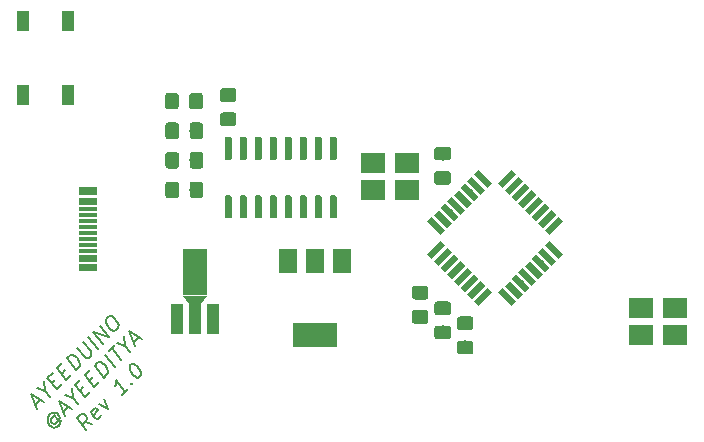
<source format=gbr>
%TF.GenerationSoftware,KiCad,Pcbnew,(5.1.2-1)-1*%
%TF.CreationDate,2019-12-21T14:34:47+05:30*%
%TF.ProjectId,Uno Panel,556e6f20-5061-46e6-956c-2e6b69636164,rev?*%
%TF.SameCoordinates,Original*%
%TF.FileFunction,Paste,Top*%
%TF.FilePolarity,Positive*%
%FSLAX46Y46*%
G04 Gerber Fmt 4.6, Leading zero omitted, Abs format (unit mm)*
G04 Created by KiCad (PCBNEW (5.1.2-1)-1) date 2019-12-21 14:34:47*
%MOMM*%
%LPD*%
G04 APERTURE LIST*
%ADD10C,0.203200*%
%ADD11R,1.524000X0.299974*%
%ADD12C,0.100000*%
%ADD13C,1.150000*%
%ADD14R,1.000000X1.700000*%
%ADD15R,1.000000X2.500000*%
%ADD16R,2.000000X4.000000*%
%ADD17C,0.750000*%
%ADD18R,3.800000X2.000000*%
%ADD19R,1.500000X2.000000*%
%ADD20C,0.600000*%
%ADD21R,2.100000X1.800000*%
%ADD22C,0.550000*%
G04 APERTURE END LIST*
D10*
X14419306Y-179240589D02*
X14846938Y-178812957D01*
X14558286Y-179614766D02*
X14071856Y-178305145D01*
X15156970Y-179016082D01*
X15253187Y-178064603D02*
X15627365Y-178545688D01*
X14542250Y-177834751D02*
X15253187Y-178064603D01*
X15140934Y-177236067D01*
X15814453Y-177417810D02*
X16113795Y-177118469D01*
X16653680Y-177519373D02*
X16226048Y-177947004D01*
X15440276Y-176936725D01*
X15867907Y-176509094D01*
X16626953Y-176605311D02*
X16926294Y-176305969D01*
X17466179Y-176706873D02*
X17038548Y-177134505D01*
X16252775Y-176124226D01*
X16680406Y-175696595D01*
X17851047Y-176322005D02*
X17065275Y-175311727D01*
X17279090Y-175097911D01*
X17444797Y-175017730D01*
X17605159Y-175028421D01*
X17722758Y-175081875D01*
X17915192Y-175231546D01*
X18027445Y-175375871D01*
X18134353Y-175611068D01*
X18166425Y-175750049D01*
X18155734Y-175931792D01*
X18064863Y-176108190D01*
X17851047Y-176322005D01*
X17963300Y-174413701D02*
X18599402Y-175231546D01*
X18717000Y-175285000D01*
X18797181Y-175290345D01*
X18920125Y-175252927D01*
X19091178Y-175081875D01*
X19139286Y-174948240D01*
X19144632Y-174857368D01*
X19112559Y-174718388D01*
X18476458Y-173900543D01*
X19689861Y-174483191D02*
X18904089Y-173472912D01*
X20117493Y-174055560D02*
X19331720Y-173045281D01*
X20630650Y-173542402D01*
X19844878Y-172532123D01*
X20443561Y-171933440D02*
X20614614Y-171762387D01*
X20737558Y-171724969D01*
X20897920Y-171735660D01*
X21090354Y-171885331D01*
X21352278Y-172222091D01*
X21459186Y-172457288D01*
X21448495Y-172639031D01*
X21400386Y-172772666D01*
X21229334Y-172943719D01*
X21106390Y-172981136D01*
X20946028Y-172970445D01*
X20753594Y-172820775D01*
X20491670Y-172484015D01*
X20384762Y-172248818D01*
X20395453Y-172067074D01*
X20443561Y-171933440D01*
X16081082Y-180218154D02*
X16000901Y-180212809D01*
X15877957Y-180250226D01*
X15792431Y-180335753D01*
X15744322Y-180469387D01*
X15738977Y-180560259D01*
X15771049Y-180699239D01*
X15845885Y-180795456D01*
X15963483Y-180848910D01*
X16043664Y-180854256D01*
X16166608Y-180816838D01*
X16252134Y-180731312D01*
X16300243Y-180597677D01*
X16305588Y-180506805D01*
X16006246Y-180121937D02*
X16305588Y-180506805D01*
X16385769Y-180512151D01*
X16428532Y-180469387D01*
X16476641Y-180335753D01*
X16444568Y-180196773D01*
X16257480Y-179956230D01*
X16059700Y-179897431D01*
X15856575Y-179929503D01*
X15648105Y-180052447D01*
X15514470Y-180271608D01*
X15461016Y-180496114D01*
X15487743Y-180725966D01*
X15594651Y-180961163D01*
X15787085Y-181110834D01*
X15984865Y-181169634D01*
X16187990Y-181137561D01*
X16396460Y-181014617D01*
X16530095Y-180795456D01*
X16583549Y-180570950D01*
X16786673Y-179854668D02*
X17214305Y-179427036D01*
X16925654Y-180228845D02*
X16439223Y-178919224D01*
X17524337Y-179630161D01*
X17620554Y-178678682D02*
X17994732Y-179159767D01*
X16909617Y-178448830D02*
X17620554Y-178678682D01*
X17508301Y-177850146D01*
X18181820Y-178031889D02*
X18481162Y-177732547D01*
X19021047Y-178133452D02*
X18593415Y-178561083D01*
X17807643Y-177550804D01*
X18235274Y-177123173D01*
X18994320Y-177219390D02*
X19293662Y-176920048D01*
X19833546Y-177320952D02*
X19405915Y-177748584D01*
X18620142Y-176738305D01*
X19047774Y-176310674D01*
X20218414Y-176936084D02*
X19432642Y-175925805D01*
X19646457Y-175711990D01*
X19812164Y-175631809D01*
X19972526Y-175642500D01*
X20090125Y-175695954D01*
X20282559Y-175845625D01*
X20394812Y-175989950D01*
X20501720Y-176225147D01*
X20533792Y-176364127D01*
X20523101Y-176545871D01*
X20432230Y-176722269D01*
X20218414Y-176936084D01*
X21116440Y-176038059D02*
X20330667Y-175027780D01*
X20630009Y-174728438D02*
X21143167Y-174215280D01*
X21672360Y-175482138D02*
X20886588Y-174471859D01*
X22025156Y-174274080D02*
X22399333Y-174755165D01*
X21314219Y-174044228D02*
X22025156Y-174274080D01*
X21912903Y-173445544D01*
X22730748Y-173910593D02*
X23158379Y-173482962D01*
X22869728Y-174284771D02*
X22383297Y-172975150D01*
X23468412Y-173686087D01*
X19250257Y-180885687D02*
X18576738Y-180703944D01*
X18737100Y-181398844D02*
X17951328Y-180388566D01*
X18293433Y-180046461D01*
X18416377Y-180009043D01*
X18496557Y-180014388D01*
X18614156Y-180067842D01*
X18726409Y-180212168D01*
X18758481Y-180351148D01*
X18753136Y-180442020D01*
X18705028Y-180575654D01*
X18362923Y-180917759D01*
X19939813Y-180110605D02*
X19891704Y-180244240D01*
X19720652Y-180415293D01*
X19597708Y-180452710D01*
X19480109Y-180399256D01*
X19180767Y-180014388D01*
X19148695Y-179875408D01*
X19196804Y-179741773D01*
X19367856Y-179570721D01*
X19490800Y-179533303D01*
X19608399Y-179586757D01*
X19683234Y-179682974D01*
X19330438Y-180206822D01*
X19795487Y-179143090D02*
X20533151Y-179602793D01*
X20223119Y-178715458D01*
X22243676Y-177892268D02*
X21730519Y-178405426D01*
X21987097Y-178148847D02*
X21201325Y-177138568D01*
X21228052Y-177368420D01*
X21217361Y-177550163D01*
X21169253Y-177683798D01*
X22553709Y-177411183D02*
X22633890Y-177416528D01*
X22628544Y-177507400D01*
X22548363Y-177502055D01*
X22553709Y-177411183D01*
X22628544Y-177507400D01*
X22441456Y-175898438D02*
X22526982Y-175812911D01*
X22649926Y-175775494D01*
X22730107Y-175780839D01*
X22847705Y-175834293D01*
X23040139Y-175983964D01*
X23227228Y-176224506D01*
X23334136Y-176459704D01*
X23366208Y-176598684D01*
X23360863Y-176689555D01*
X23312754Y-176823190D01*
X23227228Y-176908716D01*
X23104284Y-176946134D01*
X23024103Y-176940789D01*
X22906505Y-176887335D01*
X22714071Y-176737664D01*
X22526982Y-176497121D01*
X22420074Y-176261924D01*
X22388002Y-176122944D01*
X22393347Y-176032072D01*
X22441456Y-175898438D01*
D11*
%TO.C,P1*%
X18874000Y-160972500D03*
X18874000Y-161290000D03*
X18874000Y-161861500D03*
X18874000Y-162115500D03*
X18874000Y-162623500D03*
X18874000Y-163131500D03*
X18874000Y-163639500D03*
X18874000Y-164147500D03*
X18874000Y-164655500D03*
X18874000Y-165163500D03*
X18874000Y-165671500D03*
X18874000Y-166179500D03*
X18874000Y-166687500D03*
X18874000Y-166941500D03*
X18874000Y-167449500D03*
X18874000Y-167703500D03*
%TD*%
D12*
%TO.C,R1*%
G36*
X47464505Y-171229204D02*
G01*
X47488773Y-171232804D01*
X47512572Y-171238765D01*
X47535671Y-171247030D01*
X47557850Y-171257520D01*
X47578893Y-171270132D01*
X47598599Y-171284747D01*
X47616777Y-171301223D01*
X47633253Y-171319401D01*
X47647868Y-171339107D01*
X47660480Y-171360150D01*
X47670970Y-171382329D01*
X47679235Y-171405428D01*
X47685196Y-171429227D01*
X47688796Y-171453495D01*
X47690000Y-171477999D01*
X47690000Y-172128001D01*
X47688796Y-172152505D01*
X47685196Y-172176773D01*
X47679235Y-172200572D01*
X47670970Y-172223671D01*
X47660480Y-172245850D01*
X47647868Y-172266893D01*
X47633253Y-172286599D01*
X47616777Y-172304777D01*
X47598599Y-172321253D01*
X47578893Y-172335868D01*
X47557850Y-172348480D01*
X47535671Y-172358970D01*
X47512572Y-172367235D01*
X47488773Y-172373196D01*
X47464505Y-172376796D01*
X47440001Y-172378000D01*
X46539999Y-172378000D01*
X46515495Y-172376796D01*
X46491227Y-172373196D01*
X46467428Y-172367235D01*
X46444329Y-172358970D01*
X46422150Y-172348480D01*
X46401107Y-172335868D01*
X46381401Y-172321253D01*
X46363223Y-172304777D01*
X46346747Y-172286599D01*
X46332132Y-172266893D01*
X46319520Y-172245850D01*
X46309030Y-172223671D01*
X46300765Y-172200572D01*
X46294804Y-172176773D01*
X46291204Y-172152505D01*
X46290000Y-172128001D01*
X46290000Y-171477999D01*
X46291204Y-171453495D01*
X46294804Y-171429227D01*
X46300765Y-171405428D01*
X46309030Y-171382329D01*
X46319520Y-171360150D01*
X46332132Y-171339107D01*
X46346747Y-171319401D01*
X46363223Y-171301223D01*
X46381401Y-171284747D01*
X46401107Y-171270132D01*
X46422150Y-171257520D01*
X46444329Y-171247030D01*
X46467428Y-171238765D01*
X46491227Y-171232804D01*
X46515495Y-171229204D01*
X46539999Y-171228000D01*
X47440001Y-171228000D01*
X47464505Y-171229204D01*
X47464505Y-171229204D01*
G37*
D13*
X46990000Y-171803000D03*
D12*
G36*
X47464505Y-169179204D02*
G01*
X47488773Y-169182804D01*
X47512572Y-169188765D01*
X47535671Y-169197030D01*
X47557850Y-169207520D01*
X47578893Y-169220132D01*
X47598599Y-169234747D01*
X47616777Y-169251223D01*
X47633253Y-169269401D01*
X47647868Y-169289107D01*
X47660480Y-169310150D01*
X47670970Y-169332329D01*
X47679235Y-169355428D01*
X47685196Y-169379227D01*
X47688796Y-169403495D01*
X47690000Y-169427999D01*
X47690000Y-170078001D01*
X47688796Y-170102505D01*
X47685196Y-170126773D01*
X47679235Y-170150572D01*
X47670970Y-170173671D01*
X47660480Y-170195850D01*
X47647868Y-170216893D01*
X47633253Y-170236599D01*
X47616777Y-170254777D01*
X47598599Y-170271253D01*
X47578893Y-170285868D01*
X47557850Y-170298480D01*
X47535671Y-170308970D01*
X47512572Y-170317235D01*
X47488773Y-170323196D01*
X47464505Y-170326796D01*
X47440001Y-170328000D01*
X46539999Y-170328000D01*
X46515495Y-170326796D01*
X46491227Y-170323196D01*
X46467428Y-170317235D01*
X46444329Y-170308970D01*
X46422150Y-170298480D01*
X46401107Y-170285868D01*
X46381401Y-170271253D01*
X46363223Y-170254777D01*
X46346747Y-170236599D01*
X46332132Y-170216893D01*
X46319520Y-170195850D01*
X46309030Y-170173671D01*
X46300765Y-170150572D01*
X46294804Y-170126773D01*
X46291204Y-170102505D01*
X46290000Y-170078001D01*
X46290000Y-169427999D01*
X46291204Y-169403495D01*
X46294804Y-169379227D01*
X46300765Y-169355428D01*
X46309030Y-169332329D01*
X46319520Y-169310150D01*
X46332132Y-169289107D01*
X46346747Y-169269401D01*
X46363223Y-169251223D01*
X46381401Y-169234747D01*
X46401107Y-169220132D01*
X46422150Y-169207520D01*
X46444329Y-169197030D01*
X46467428Y-169188765D01*
X46491227Y-169182804D01*
X46515495Y-169179204D01*
X46539999Y-169178000D01*
X47440001Y-169178000D01*
X47464505Y-169179204D01*
X47464505Y-169179204D01*
G37*
D13*
X46990000Y-169753000D03*
%TD*%
D12*
%TO.C,R5*%
G36*
X49369505Y-170495204D02*
G01*
X49393773Y-170498804D01*
X49417572Y-170504765D01*
X49440671Y-170513030D01*
X49462850Y-170523520D01*
X49483893Y-170536132D01*
X49503599Y-170550747D01*
X49521777Y-170567223D01*
X49538253Y-170585401D01*
X49552868Y-170605107D01*
X49565480Y-170626150D01*
X49575970Y-170648329D01*
X49584235Y-170671428D01*
X49590196Y-170695227D01*
X49593796Y-170719495D01*
X49595000Y-170743999D01*
X49595000Y-171394001D01*
X49593796Y-171418505D01*
X49590196Y-171442773D01*
X49584235Y-171466572D01*
X49575970Y-171489671D01*
X49565480Y-171511850D01*
X49552868Y-171532893D01*
X49538253Y-171552599D01*
X49521777Y-171570777D01*
X49503599Y-171587253D01*
X49483893Y-171601868D01*
X49462850Y-171614480D01*
X49440671Y-171624970D01*
X49417572Y-171633235D01*
X49393773Y-171639196D01*
X49369505Y-171642796D01*
X49345001Y-171644000D01*
X48444999Y-171644000D01*
X48420495Y-171642796D01*
X48396227Y-171639196D01*
X48372428Y-171633235D01*
X48349329Y-171624970D01*
X48327150Y-171614480D01*
X48306107Y-171601868D01*
X48286401Y-171587253D01*
X48268223Y-171570777D01*
X48251747Y-171552599D01*
X48237132Y-171532893D01*
X48224520Y-171511850D01*
X48214030Y-171489671D01*
X48205765Y-171466572D01*
X48199804Y-171442773D01*
X48196204Y-171418505D01*
X48195000Y-171394001D01*
X48195000Y-170743999D01*
X48196204Y-170719495D01*
X48199804Y-170695227D01*
X48205765Y-170671428D01*
X48214030Y-170648329D01*
X48224520Y-170626150D01*
X48237132Y-170605107D01*
X48251747Y-170585401D01*
X48268223Y-170567223D01*
X48286401Y-170550747D01*
X48306107Y-170536132D01*
X48327150Y-170523520D01*
X48349329Y-170513030D01*
X48372428Y-170504765D01*
X48396227Y-170498804D01*
X48420495Y-170495204D01*
X48444999Y-170494000D01*
X49345001Y-170494000D01*
X49369505Y-170495204D01*
X49369505Y-170495204D01*
G37*
D13*
X48895000Y-171069000D03*
D12*
G36*
X49369505Y-172545204D02*
G01*
X49393773Y-172548804D01*
X49417572Y-172554765D01*
X49440671Y-172563030D01*
X49462850Y-172573520D01*
X49483893Y-172586132D01*
X49503599Y-172600747D01*
X49521777Y-172617223D01*
X49538253Y-172635401D01*
X49552868Y-172655107D01*
X49565480Y-172676150D01*
X49575970Y-172698329D01*
X49584235Y-172721428D01*
X49590196Y-172745227D01*
X49593796Y-172769495D01*
X49595000Y-172793999D01*
X49595000Y-173444001D01*
X49593796Y-173468505D01*
X49590196Y-173492773D01*
X49584235Y-173516572D01*
X49575970Y-173539671D01*
X49565480Y-173561850D01*
X49552868Y-173582893D01*
X49538253Y-173602599D01*
X49521777Y-173620777D01*
X49503599Y-173637253D01*
X49483893Y-173651868D01*
X49462850Y-173664480D01*
X49440671Y-173674970D01*
X49417572Y-173683235D01*
X49393773Y-173689196D01*
X49369505Y-173692796D01*
X49345001Y-173694000D01*
X48444999Y-173694000D01*
X48420495Y-173692796D01*
X48396227Y-173689196D01*
X48372428Y-173683235D01*
X48349329Y-173674970D01*
X48327150Y-173664480D01*
X48306107Y-173651868D01*
X48286401Y-173637253D01*
X48268223Y-173620777D01*
X48251747Y-173602599D01*
X48237132Y-173582893D01*
X48224520Y-173561850D01*
X48214030Y-173539671D01*
X48205765Y-173516572D01*
X48199804Y-173492773D01*
X48196204Y-173468505D01*
X48195000Y-173444001D01*
X48195000Y-172793999D01*
X48196204Y-172769495D01*
X48199804Y-172745227D01*
X48205765Y-172721428D01*
X48214030Y-172698329D01*
X48224520Y-172676150D01*
X48237132Y-172655107D01*
X48251747Y-172635401D01*
X48268223Y-172617223D01*
X48286401Y-172600747D01*
X48306107Y-172586132D01*
X48327150Y-172573520D01*
X48349329Y-172563030D01*
X48372428Y-172554765D01*
X48396227Y-172548804D01*
X48420495Y-172545204D01*
X48444999Y-172544000D01*
X49345001Y-172544000D01*
X49369505Y-172545204D01*
X49369505Y-172545204D01*
G37*
D13*
X48895000Y-173119000D03*
%TD*%
D12*
%TO.C,R6*%
G36*
X51274505Y-171765204D02*
G01*
X51298773Y-171768804D01*
X51322572Y-171774765D01*
X51345671Y-171783030D01*
X51367850Y-171793520D01*
X51388893Y-171806132D01*
X51408599Y-171820747D01*
X51426777Y-171837223D01*
X51443253Y-171855401D01*
X51457868Y-171875107D01*
X51470480Y-171896150D01*
X51480970Y-171918329D01*
X51489235Y-171941428D01*
X51495196Y-171965227D01*
X51498796Y-171989495D01*
X51500000Y-172013999D01*
X51500000Y-172664001D01*
X51498796Y-172688505D01*
X51495196Y-172712773D01*
X51489235Y-172736572D01*
X51480970Y-172759671D01*
X51470480Y-172781850D01*
X51457868Y-172802893D01*
X51443253Y-172822599D01*
X51426777Y-172840777D01*
X51408599Y-172857253D01*
X51388893Y-172871868D01*
X51367850Y-172884480D01*
X51345671Y-172894970D01*
X51322572Y-172903235D01*
X51298773Y-172909196D01*
X51274505Y-172912796D01*
X51250001Y-172914000D01*
X50349999Y-172914000D01*
X50325495Y-172912796D01*
X50301227Y-172909196D01*
X50277428Y-172903235D01*
X50254329Y-172894970D01*
X50232150Y-172884480D01*
X50211107Y-172871868D01*
X50191401Y-172857253D01*
X50173223Y-172840777D01*
X50156747Y-172822599D01*
X50142132Y-172802893D01*
X50129520Y-172781850D01*
X50119030Y-172759671D01*
X50110765Y-172736572D01*
X50104804Y-172712773D01*
X50101204Y-172688505D01*
X50100000Y-172664001D01*
X50100000Y-172013999D01*
X50101204Y-171989495D01*
X50104804Y-171965227D01*
X50110765Y-171941428D01*
X50119030Y-171918329D01*
X50129520Y-171896150D01*
X50142132Y-171875107D01*
X50156747Y-171855401D01*
X50173223Y-171837223D01*
X50191401Y-171820747D01*
X50211107Y-171806132D01*
X50232150Y-171793520D01*
X50254329Y-171783030D01*
X50277428Y-171774765D01*
X50301227Y-171768804D01*
X50325495Y-171765204D01*
X50349999Y-171764000D01*
X51250001Y-171764000D01*
X51274505Y-171765204D01*
X51274505Y-171765204D01*
G37*
D13*
X50800000Y-172339000D03*
D12*
G36*
X51274505Y-173815204D02*
G01*
X51298773Y-173818804D01*
X51322572Y-173824765D01*
X51345671Y-173833030D01*
X51367850Y-173843520D01*
X51388893Y-173856132D01*
X51408599Y-173870747D01*
X51426777Y-173887223D01*
X51443253Y-173905401D01*
X51457868Y-173925107D01*
X51470480Y-173946150D01*
X51480970Y-173968329D01*
X51489235Y-173991428D01*
X51495196Y-174015227D01*
X51498796Y-174039495D01*
X51500000Y-174063999D01*
X51500000Y-174714001D01*
X51498796Y-174738505D01*
X51495196Y-174762773D01*
X51489235Y-174786572D01*
X51480970Y-174809671D01*
X51470480Y-174831850D01*
X51457868Y-174852893D01*
X51443253Y-174872599D01*
X51426777Y-174890777D01*
X51408599Y-174907253D01*
X51388893Y-174921868D01*
X51367850Y-174934480D01*
X51345671Y-174944970D01*
X51322572Y-174953235D01*
X51298773Y-174959196D01*
X51274505Y-174962796D01*
X51250001Y-174964000D01*
X50349999Y-174964000D01*
X50325495Y-174962796D01*
X50301227Y-174959196D01*
X50277428Y-174953235D01*
X50254329Y-174944970D01*
X50232150Y-174934480D01*
X50211107Y-174921868D01*
X50191401Y-174907253D01*
X50173223Y-174890777D01*
X50156747Y-174872599D01*
X50142132Y-174852893D01*
X50129520Y-174831850D01*
X50119030Y-174809671D01*
X50110765Y-174786572D01*
X50104804Y-174762773D01*
X50101204Y-174738505D01*
X50100000Y-174714001D01*
X50100000Y-174063999D01*
X50101204Y-174039495D01*
X50104804Y-174015227D01*
X50110765Y-173991428D01*
X50119030Y-173968329D01*
X50129520Y-173946150D01*
X50142132Y-173925107D01*
X50156747Y-173905401D01*
X50173223Y-173887223D01*
X50191401Y-173870747D01*
X50211107Y-173856132D01*
X50232150Y-173843520D01*
X50254329Y-173833030D01*
X50277428Y-173824765D01*
X50301227Y-173818804D01*
X50325495Y-173815204D01*
X50349999Y-173814000D01*
X51250001Y-173814000D01*
X51274505Y-173815204D01*
X51274505Y-173815204D01*
G37*
D13*
X50800000Y-174389000D03*
%TD*%
D14*
%TO.C,RST1*%
X13340000Y-153010000D03*
X13340000Y-146710000D03*
X17140000Y-153010000D03*
X17140000Y-146710000D03*
%TD*%
D15*
%TO.C,U1*%
X26440000Y-171981000D03*
X27940000Y-171981000D03*
X29440000Y-171981000D03*
D16*
X27940000Y-168021000D03*
D17*
X27940000Y-170371000D03*
D12*
G36*
X28940000Y-169996000D02*
G01*
X28440000Y-170746000D01*
X27440000Y-170746000D01*
X26940000Y-169996000D01*
X28940000Y-169996000D01*
X28940000Y-169996000D01*
G37*
%TD*%
D18*
%TO.C,U2*%
X38100000Y-173330000D03*
D19*
X38100000Y-167030000D03*
X35800000Y-167030000D03*
X40400000Y-167030000D03*
%TD*%
D12*
%TO.C,U3*%
G36*
X30898703Y-161515722D02*
G01*
X30913264Y-161517882D01*
X30927543Y-161521459D01*
X30941403Y-161526418D01*
X30954710Y-161532712D01*
X30967336Y-161540280D01*
X30979159Y-161549048D01*
X30990066Y-161558934D01*
X30999952Y-161569841D01*
X31008720Y-161581664D01*
X31016288Y-161594290D01*
X31022582Y-161607597D01*
X31027541Y-161621457D01*
X31031118Y-161635736D01*
X31033278Y-161650297D01*
X31034000Y-161665000D01*
X31034000Y-163315000D01*
X31033278Y-163329703D01*
X31031118Y-163344264D01*
X31027541Y-163358543D01*
X31022582Y-163372403D01*
X31016288Y-163385710D01*
X31008720Y-163398336D01*
X30999952Y-163410159D01*
X30990066Y-163421066D01*
X30979159Y-163430952D01*
X30967336Y-163439720D01*
X30954710Y-163447288D01*
X30941403Y-163453582D01*
X30927543Y-163458541D01*
X30913264Y-163462118D01*
X30898703Y-163464278D01*
X30884000Y-163465000D01*
X30584000Y-163465000D01*
X30569297Y-163464278D01*
X30554736Y-163462118D01*
X30540457Y-163458541D01*
X30526597Y-163453582D01*
X30513290Y-163447288D01*
X30500664Y-163439720D01*
X30488841Y-163430952D01*
X30477934Y-163421066D01*
X30468048Y-163410159D01*
X30459280Y-163398336D01*
X30451712Y-163385710D01*
X30445418Y-163372403D01*
X30440459Y-163358543D01*
X30436882Y-163344264D01*
X30434722Y-163329703D01*
X30434000Y-163315000D01*
X30434000Y-161665000D01*
X30434722Y-161650297D01*
X30436882Y-161635736D01*
X30440459Y-161621457D01*
X30445418Y-161607597D01*
X30451712Y-161594290D01*
X30459280Y-161581664D01*
X30468048Y-161569841D01*
X30477934Y-161558934D01*
X30488841Y-161549048D01*
X30500664Y-161540280D01*
X30513290Y-161532712D01*
X30526597Y-161526418D01*
X30540457Y-161521459D01*
X30554736Y-161517882D01*
X30569297Y-161515722D01*
X30584000Y-161515000D01*
X30884000Y-161515000D01*
X30898703Y-161515722D01*
X30898703Y-161515722D01*
G37*
D20*
X30734000Y-162490000D03*
D12*
G36*
X32168703Y-161515722D02*
G01*
X32183264Y-161517882D01*
X32197543Y-161521459D01*
X32211403Y-161526418D01*
X32224710Y-161532712D01*
X32237336Y-161540280D01*
X32249159Y-161549048D01*
X32260066Y-161558934D01*
X32269952Y-161569841D01*
X32278720Y-161581664D01*
X32286288Y-161594290D01*
X32292582Y-161607597D01*
X32297541Y-161621457D01*
X32301118Y-161635736D01*
X32303278Y-161650297D01*
X32304000Y-161665000D01*
X32304000Y-163315000D01*
X32303278Y-163329703D01*
X32301118Y-163344264D01*
X32297541Y-163358543D01*
X32292582Y-163372403D01*
X32286288Y-163385710D01*
X32278720Y-163398336D01*
X32269952Y-163410159D01*
X32260066Y-163421066D01*
X32249159Y-163430952D01*
X32237336Y-163439720D01*
X32224710Y-163447288D01*
X32211403Y-163453582D01*
X32197543Y-163458541D01*
X32183264Y-163462118D01*
X32168703Y-163464278D01*
X32154000Y-163465000D01*
X31854000Y-163465000D01*
X31839297Y-163464278D01*
X31824736Y-163462118D01*
X31810457Y-163458541D01*
X31796597Y-163453582D01*
X31783290Y-163447288D01*
X31770664Y-163439720D01*
X31758841Y-163430952D01*
X31747934Y-163421066D01*
X31738048Y-163410159D01*
X31729280Y-163398336D01*
X31721712Y-163385710D01*
X31715418Y-163372403D01*
X31710459Y-163358543D01*
X31706882Y-163344264D01*
X31704722Y-163329703D01*
X31704000Y-163315000D01*
X31704000Y-161665000D01*
X31704722Y-161650297D01*
X31706882Y-161635736D01*
X31710459Y-161621457D01*
X31715418Y-161607597D01*
X31721712Y-161594290D01*
X31729280Y-161581664D01*
X31738048Y-161569841D01*
X31747934Y-161558934D01*
X31758841Y-161549048D01*
X31770664Y-161540280D01*
X31783290Y-161532712D01*
X31796597Y-161526418D01*
X31810457Y-161521459D01*
X31824736Y-161517882D01*
X31839297Y-161515722D01*
X31854000Y-161515000D01*
X32154000Y-161515000D01*
X32168703Y-161515722D01*
X32168703Y-161515722D01*
G37*
D20*
X32004000Y-162490000D03*
D12*
G36*
X33438703Y-161515722D02*
G01*
X33453264Y-161517882D01*
X33467543Y-161521459D01*
X33481403Y-161526418D01*
X33494710Y-161532712D01*
X33507336Y-161540280D01*
X33519159Y-161549048D01*
X33530066Y-161558934D01*
X33539952Y-161569841D01*
X33548720Y-161581664D01*
X33556288Y-161594290D01*
X33562582Y-161607597D01*
X33567541Y-161621457D01*
X33571118Y-161635736D01*
X33573278Y-161650297D01*
X33574000Y-161665000D01*
X33574000Y-163315000D01*
X33573278Y-163329703D01*
X33571118Y-163344264D01*
X33567541Y-163358543D01*
X33562582Y-163372403D01*
X33556288Y-163385710D01*
X33548720Y-163398336D01*
X33539952Y-163410159D01*
X33530066Y-163421066D01*
X33519159Y-163430952D01*
X33507336Y-163439720D01*
X33494710Y-163447288D01*
X33481403Y-163453582D01*
X33467543Y-163458541D01*
X33453264Y-163462118D01*
X33438703Y-163464278D01*
X33424000Y-163465000D01*
X33124000Y-163465000D01*
X33109297Y-163464278D01*
X33094736Y-163462118D01*
X33080457Y-163458541D01*
X33066597Y-163453582D01*
X33053290Y-163447288D01*
X33040664Y-163439720D01*
X33028841Y-163430952D01*
X33017934Y-163421066D01*
X33008048Y-163410159D01*
X32999280Y-163398336D01*
X32991712Y-163385710D01*
X32985418Y-163372403D01*
X32980459Y-163358543D01*
X32976882Y-163344264D01*
X32974722Y-163329703D01*
X32974000Y-163315000D01*
X32974000Y-161665000D01*
X32974722Y-161650297D01*
X32976882Y-161635736D01*
X32980459Y-161621457D01*
X32985418Y-161607597D01*
X32991712Y-161594290D01*
X32999280Y-161581664D01*
X33008048Y-161569841D01*
X33017934Y-161558934D01*
X33028841Y-161549048D01*
X33040664Y-161540280D01*
X33053290Y-161532712D01*
X33066597Y-161526418D01*
X33080457Y-161521459D01*
X33094736Y-161517882D01*
X33109297Y-161515722D01*
X33124000Y-161515000D01*
X33424000Y-161515000D01*
X33438703Y-161515722D01*
X33438703Y-161515722D01*
G37*
D20*
X33274000Y-162490000D03*
D12*
G36*
X34708703Y-161515722D02*
G01*
X34723264Y-161517882D01*
X34737543Y-161521459D01*
X34751403Y-161526418D01*
X34764710Y-161532712D01*
X34777336Y-161540280D01*
X34789159Y-161549048D01*
X34800066Y-161558934D01*
X34809952Y-161569841D01*
X34818720Y-161581664D01*
X34826288Y-161594290D01*
X34832582Y-161607597D01*
X34837541Y-161621457D01*
X34841118Y-161635736D01*
X34843278Y-161650297D01*
X34844000Y-161665000D01*
X34844000Y-163315000D01*
X34843278Y-163329703D01*
X34841118Y-163344264D01*
X34837541Y-163358543D01*
X34832582Y-163372403D01*
X34826288Y-163385710D01*
X34818720Y-163398336D01*
X34809952Y-163410159D01*
X34800066Y-163421066D01*
X34789159Y-163430952D01*
X34777336Y-163439720D01*
X34764710Y-163447288D01*
X34751403Y-163453582D01*
X34737543Y-163458541D01*
X34723264Y-163462118D01*
X34708703Y-163464278D01*
X34694000Y-163465000D01*
X34394000Y-163465000D01*
X34379297Y-163464278D01*
X34364736Y-163462118D01*
X34350457Y-163458541D01*
X34336597Y-163453582D01*
X34323290Y-163447288D01*
X34310664Y-163439720D01*
X34298841Y-163430952D01*
X34287934Y-163421066D01*
X34278048Y-163410159D01*
X34269280Y-163398336D01*
X34261712Y-163385710D01*
X34255418Y-163372403D01*
X34250459Y-163358543D01*
X34246882Y-163344264D01*
X34244722Y-163329703D01*
X34244000Y-163315000D01*
X34244000Y-161665000D01*
X34244722Y-161650297D01*
X34246882Y-161635736D01*
X34250459Y-161621457D01*
X34255418Y-161607597D01*
X34261712Y-161594290D01*
X34269280Y-161581664D01*
X34278048Y-161569841D01*
X34287934Y-161558934D01*
X34298841Y-161549048D01*
X34310664Y-161540280D01*
X34323290Y-161532712D01*
X34336597Y-161526418D01*
X34350457Y-161521459D01*
X34364736Y-161517882D01*
X34379297Y-161515722D01*
X34394000Y-161515000D01*
X34694000Y-161515000D01*
X34708703Y-161515722D01*
X34708703Y-161515722D01*
G37*
D20*
X34544000Y-162490000D03*
D12*
G36*
X35978703Y-161515722D02*
G01*
X35993264Y-161517882D01*
X36007543Y-161521459D01*
X36021403Y-161526418D01*
X36034710Y-161532712D01*
X36047336Y-161540280D01*
X36059159Y-161549048D01*
X36070066Y-161558934D01*
X36079952Y-161569841D01*
X36088720Y-161581664D01*
X36096288Y-161594290D01*
X36102582Y-161607597D01*
X36107541Y-161621457D01*
X36111118Y-161635736D01*
X36113278Y-161650297D01*
X36114000Y-161665000D01*
X36114000Y-163315000D01*
X36113278Y-163329703D01*
X36111118Y-163344264D01*
X36107541Y-163358543D01*
X36102582Y-163372403D01*
X36096288Y-163385710D01*
X36088720Y-163398336D01*
X36079952Y-163410159D01*
X36070066Y-163421066D01*
X36059159Y-163430952D01*
X36047336Y-163439720D01*
X36034710Y-163447288D01*
X36021403Y-163453582D01*
X36007543Y-163458541D01*
X35993264Y-163462118D01*
X35978703Y-163464278D01*
X35964000Y-163465000D01*
X35664000Y-163465000D01*
X35649297Y-163464278D01*
X35634736Y-163462118D01*
X35620457Y-163458541D01*
X35606597Y-163453582D01*
X35593290Y-163447288D01*
X35580664Y-163439720D01*
X35568841Y-163430952D01*
X35557934Y-163421066D01*
X35548048Y-163410159D01*
X35539280Y-163398336D01*
X35531712Y-163385710D01*
X35525418Y-163372403D01*
X35520459Y-163358543D01*
X35516882Y-163344264D01*
X35514722Y-163329703D01*
X35514000Y-163315000D01*
X35514000Y-161665000D01*
X35514722Y-161650297D01*
X35516882Y-161635736D01*
X35520459Y-161621457D01*
X35525418Y-161607597D01*
X35531712Y-161594290D01*
X35539280Y-161581664D01*
X35548048Y-161569841D01*
X35557934Y-161558934D01*
X35568841Y-161549048D01*
X35580664Y-161540280D01*
X35593290Y-161532712D01*
X35606597Y-161526418D01*
X35620457Y-161521459D01*
X35634736Y-161517882D01*
X35649297Y-161515722D01*
X35664000Y-161515000D01*
X35964000Y-161515000D01*
X35978703Y-161515722D01*
X35978703Y-161515722D01*
G37*
D20*
X35814000Y-162490000D03*
D12*
G36*
X37248703Y-161515722D02*
G01*
X37263264Y-161517882D01*
X37277543Y-161521459D01*
X37291403Y-161526418D01*
X37304710Y-161532712D01*
X37317336Y-161540280D01*
X37329159Y-161549048D01*
X37340066Y-161558934D01*
X37349952Y-161569841D01*
X37358720Y-161581664D01*
X37366288Y-161594290D01*
X37372582Y-161607597D01*
X37377541Y-161621457D01*
X37381118Y-161635736D01*
X37383278Y-161650297D01*
X37384000Y-161665000D01*
X37384000Y-163315000D01*
X37383278Y-163329703D01*
X37381118Y-163344264D01*
X37377541Y-163358543D01*
X37372582Y-163372403D01*
X37366288Y-163385710D01*
X37358720Y-163398336D01*
X37349952Y-163410159D01*
X37340066Y-163421066D01*
X37329159Y-163430952D01*
X37317336Y-163439720D01*
X37304710Y-163447288D01*
X37291403Y-163453582D01*
X37277543Y-163458541D01*
X37263264Y-163462118D01*
X37248703Y-163464278D01*
X37234000Y-163465000D01*
X36934000Y-163465000D01*
X36919297Y-163464278D01*
X36904736Y-163462118D01*
X36890457Y-163458541D01*
X36876597Y-163453582D01*
X36863290Y-163447288D01*
X36850664Y-163439720D01*
X36838841Y-163430952D01*
X36827934Y-163421066D01*
X36818048Y-163410159D01*
X36809280Y-163398336D01*
X36801712Y-163385710D01*
X36795418Y-163372403D01*
X36790459Y-163358543D01*
X36786882Y-163344264D01*
X36784722Y-163329703D01*
X36784000Y-163315000D01*
X36784000Y-161665000D01*
X36784722Y-161650297D01*
X36786882Y-161635736D01*
X36790459Y-161621457D01*
X36795418Y-161607597D01*
X36801712Y-161594290D01*
X36809280Y-161581664D01*
X36818048Y-161569841D01*
X36827934Y-161558934D01*
X36838841Y-161549048D01*
X36850664Y-161540280D01*
X36863290Y-161532712D01*
X36876597Y-161526418D01*
X36890457Y-161521459D01*
X36904736Y-161517882D01*
X36919297Y-161515722D01*
X36934000Y-161515000D01*
X37234000Y-161515000D01*
X37248703Y-161515722D01*
X37248703Y-161515722D01*
G37*
D20*
X37084000Y-162490000D03*
D12*
G36*
X38518703Y-161515722D02*
G01*
X38533264Y-161517882D01*
X38547543Y-161521459D01*
X38561403Y-161526418D01*
X38574710Y-161532712D01*
X38587336Y-161540280D01*
X38599159Y-161549048D01*
X38610066Y-161558934D01*
X38619952Y-161569841D01*
X38628720Y-161581664D01*
X38636288Y-161594290D01*
X38642582Y-161607597D01*
X38647541Y-161621457D01*
X38651118Y-161635736D01*
X38653278Y-161650297D01*
X38654000Y-161665000D01*
X38654000Y-163315000D01*
X38653278Y-163329703D01*
X38651118Y-163344264D01*
X38647541Y-163358543D01*
X38642582Y-163372403D01*
X38636288Y-163385710D01*
X38628720Y-163398336D01*
X38619952Y-163410159D01*
X38610066Y-163421066D01*
X38599159Y-163430952D01*
X38587336Y-163439720D01*
X38574710Y-163447288D01*
X38561403Y-163453582D01*
X38547543Y-163458541D01*
X38533264Y-163462118D01*
X38518703Y-163464278D01*
X38504000Y-163465000D01*
X38204000Y-163465000D01*
X38189297Y-163464278D01*
X38174736Y-163462118D01*
X38160457Y-163458541D01*
X38146597Y-163453582D01*
X38133290Y-163447288D01*
X38120664Y-163439720D01*
X38108841Y-163430952D01*
X38097934Y-163421066D01*
X38088048Y-163410159D01*
X38079280Y-163398336D01*
X38071712Y-163385710D01*
X38065418Y-163372403D01*
X38060459Y-163358543D01*
X38056882Y-163344264D01*
X38054722Y-163329703D01*
X38054000Y-163315000D01*
X38054000Y-161665000D01*
X38054722Y-161650297D01*
X38056882Y-161635736D01*
X38060459Y-161621457D01*
X38065418Y-161607597D01*
X38071712Y-161594290D01*
X38079280Y-161581664D01*
X38088048Y-161569841D01*
X38097934Y-161558934D01*
X38108841Y-161549048D01*
X38120664Y-161540280D01*
X38133290Y-161532712D01*
X38146597Y-161526418D01*
X38160457Y-161521459D01*
X38174736Y-161517882D01*
X38189297Y-161515722D01*
X38204000Y-161515000D01*
X38504000Y-161515000D01*
X38518703Y-161515722D01*
X38518703Y-161515722D01*
G37*
D20*
X38354000Y-162490000D03*
D12*
G36*
X39788703Y-161515722D02*
G01*
X39803264Y-161517882D01*
X39817543Y-161521459D01*
X39831403Y-161526418D01*
X39844710Y-161532712D01*
X39857336Y-161540280D01*
X39869159Y-161549048D01*
X39880066Y-161558934D01*
X39889952Y-161569841D01*
X39898720Y-161581664D01*
X39906288Y-161594290D01*
X39912582Y-161607597D01*
X39917541Y-161621457D01*
X39921118Y-161635736D01*
X39923278Y-161650297D01*
X39924000Y-161665000D01*
X39924000Y-163315000D01*
X39923278Y-163329703D01*
X39921118Y-163344264D01*
X39917541Y-163358543D01*
X39912582Y-163372403D01*
X39906288Y-163385710D01*
X39898720Y-163398336D01*
X39889952Y-163410159D01*
X39880066Y-163421066D01*
X39869159Y-163430952D01*
X39857336Y-163439720D01*
X39844710Y-163447288D01*
X39831403Y-163453582D01*
X39817543Y-163458541D01*
X39803264Y-163462118D01*
X39788703Y-163464278D01*
X39774000Y-163465000D01*
X39474000Y-163465000D01*
X39459297Y-163464278D01*
X39444736Y-163462118D01*
X39430457Y-163458541D01*
X39416597Y-163453582D01*
X39403290Y-163447288D01*
X39390664Y-163439720D01*
X39378841Y-163430952D01*
X39367934Y-163421066D01*
X39358048Y-163410159D01*
X39349280Y-163398336D01*
X39341712Y-163385710D01*
X39335418Y-163372403D01*
X39330459Y-163358543D01*
X39326882Y-163344264D01*
X39324722Y-163329703D01*
X39324000Y-163315000D01*
X39324000Y-161665000D01*
X39324722Y-161650297D01*
X39326882Y-161635736D01*
X39330459Y-161621457D01*
X39335418Y-161607597D01*
X39341712Y-161594290D01*
X39349280Y-161581664D01*
X39358048Y-161569841D01*
X39367934Y-161558934D01*
X39378841Y-161549048D01*
X39390664Y-161540280D01*
X39403290Y-161532712D01*
X39416597Y-161526418D01*
X39430457Y-161521459D01*
X39444736Y-161517882D01*
X39459297Y-161515722D01*
X39474000Y-161515000D01*
X39774000Y-161515000D01*
X39788703Y-161515722D01*
X39788703Y-161515722D01*
G37*
D20*
X39624000Y-162490000D03*
D12*
G36*
X39788703Y-156565722D02*
G01*
X39803264Y-156567882D01*
X39817543Y-156571459D01*
X39831403Y-156576418D01*
X39844710Y-156582712D01*
X39857336Y-156590280D01*
X39869159Y-156599048D01*
X39880066Y-156608934D01*
X39889952Y-156619841D01*
X39898720Y-156631664D01*
X39906288Y-156644290D01*
X39912582Y-156657597D01*
X39917541Y-156671457D01*
X39921118Y-156685736D01*
X39923278Y-156700297D01*
X39924000Y-156715000D01*
X39924000Y-158365000D01*
X39923278Y-158379703D01*
X39921118Y-158394264D01*
X39917541Y-158408543D01*
X39912582Y-158422403D01*
X39906288Y-158435710D01*
X39898720Y-158448336D01*
X39889952Y-158460159D01*
X39880066Y-158471066D01*
X39869159Y-158480952D01*
X39857336Y-158489720D01*
X39844710Y-158497288D01*
X39831403Y-158503582D01*
X39817543Y-158508541D01*
X39803264Y-158512118D01*
X39788703Y-158514278D01*
X39774000Y-158515000D01*
X39474000Y-158515000D01*
X39459297Y-158514278D01*
X39444736Y-158512118D01*
X39430457Y-158508541D01*
X39416597Y-158503582D01*
X39403290Y-158497288D01*
X39390664Y-158489720D01*
X39378841Y-158480952D01*
X39367934Y-158471066D01*
X39358048Y-158460159D01*
X39349280Y-158448336D01*
X39341712Y-158435710D01*
X39335418Y-158422403D01*
X39330459Y-158408543D01*
X39326882Y-158394264D01*
X39324722Y-158379703D01*
X39324000Y-158365000D01*
X39324000Y-156715000D01*
X39324722Y-156700297D01*
X39326882Y-156685736D01*
X39330459Y-156671457D01*
X39335418Y-156657597D01*
X39341712Y-156644290D01*
X39349280Y-156631664D01*
X39358048Y-156619841D01*
X39367934Y-156608934D01*
X39378841Y-156599048D01*
X39390664Y-156590280D01*
X39403290Y-156582712D01*
X39416597Y-156576418D01*
X39430457Y-156571459D01*
X39444736Y-156567882D01*
X39459297Y-156565722D01*
X39474000Y-156565000D01*
X39774000Y-156565000D01*
X39788703Y-156565722D01*
X39788703Y-156565722D01*
G37*
D20*
X39624000Y-157540000D03*
D12*
G36*
X38518703Y-156565722D02*
G01*
X38533264Y-156567882D01*
X38547543Y-156571459D01*
X38561403Y-156576418D01*
X38574710Y-156582712D01*
X38587336Y-156590280D01*
X38599159Y-156599048D01*
X38610066Y-156608934D01*
X38619952Y-156619841D01*
X38628720Y-156631664D01*
X38636288Y-156644290D01*
X38642582Y-156657597D01*
X38647541Y-156671457D01*
X38651118Y-156685736D01*
X38653278Y-156700297D01*
X38654000Y-156715000D01*
X38654000Y-158365000D01*
X38653278Y-158379703D01*
X38651118Y-158394264D01*
X38647541Y-158408543D01*
X38642582Y-158422403D01*
X38636288Y-158435710D01*
X38628720Y-158448336D01*
X38619952Y-158460159D01*
X38610066Y-158471066D01*
X38599159Y-158480952D01*
X38587336Y-158489720D01*
X38574710Y-158497288D01*
X38561403Y-158503582D01*
X38547543Y-158508541D01*
X38533264Y-158512118D01*
X38518703Y-158514278D01*
X38504000Y-158515000D01*
X38204000Y-158515000D01*
X38189297Y-158514278D01*
X38174736Y-158512118D01*
X38160457Y-158508541D01*
X38146597Y-158503582D01*
X38133290Y-158497288D01*
X38120664Y-158489720D01*
X38108841Y-158480952D01*
X38097934Y-158471066D01*
X38088048Y-158460159D01*
X38079280Y-158448336D01*
X38071712Y-158435710D01*
X38065418Y-158422403D01*
X38060459Y-158408543D01*
X38056882Y-158394264D01*
X38054722Y-158379703D01*
X38054000Y-158365000D01*
X38054000Y-156715000D01*
X38054722Y-156700297D01*
X38056882Y-156685736D01*
X38060459Y-156671457D01*
X38065418Y-156657597D01*
X38071712Y-156644290D01*
X38079280Y-156631664D01*
X38088048Y-156619841D01*
X38097934Y-156608934D01*
X38108841Y-156599048D01*
X38120664Y-156590280D01*
X38133290Y-156582712D01*
X38146597Y-156576418D01*
X38160457Y-156571459D01*
X38174736Y-156567882D01*
X38189297Y-156565722D01*
X38204000Y-156565000D01*
X38504000Y-156565000D01*
X38518703Y-156565722D01*
X38518703Y-156565722D01*
G37*
D20*
X38354000Y-157540000D03*
D12*
G36*
X37248703Y-156565722D02*
G01*
X37263264Y-156567882D01*
X37277543Y-156571459D01*
X37291403Y-156576418D01*
X37304710Y-156582712D01*
X37317336Y-156590280D01*
X37329159Y-156599048D01*
X37340066Y-156608934D01*
X37349952Y-156619841D01*
X37358720Y-156631664D01*
X37366288Y-156644290D01*
X37372582Y-156657597D01*
X37377541Y-156671457D01*
X37381118Y-156685736D01*
X37383278Y-156700297D01*
X37384000Y-156715000D01*
X37384000Y-158365000D01*
X37383278Y-158379703D01*
X37381118Y-158394264D01*
X37377541Y-158408543D01*
X37372582Y-158422403D01*
X37366288Y-158435710D01*
X37358720Y-158448336D01*
X37349952Y-158460159D01*
X37340066Y-158471066D01*
X37329159Y-158480952D01*
X37317336Y-158489720D01*
X37304710Y-158497288D01*
X37291403Y-158503582D01*
X37277543Y-158508541D01*
X37263264Y-158512118D01*
X37248703Y-158514278D01*
X37234000Y-158515000D01*
X36934000Y-158515000D01*
X36919297Y-158514278D01*
X36904736Y-158512118D01*
X36890457Y-158508541D01*
X36876597Y-158503582D01*
X36863290Y-158497288D01*
X36850664Y-158489720D01*
X36838841Y-158480952D01*
X36827934Y-158471066D01*
X36818048Y-158460159D01*
X36809280Y-158448336D01*
X36801712Y-158435710D01*
X36795418Y-158422403D01*
X36790459Y-158408543D01*
X36786882Y-158394264D01*
X36784722Y-158379703D01*
X36784000Y-158365000D01*
X36784000Y-156715000D01*
X36784722Y-156700297D01*
X36786882Y-156685736D01*
X36790459Y-156671457D01*
X36795418Y-156657597D01*
X36801712Y-156644290D01*
X36809280Y-156631664D01*
X36818048Y-156619841D01*
X36827934Y-156608934D01*
X36838841Y-156599048D01*
X36850664Y-156590280D01*
X36863290Y-156582712D01*
X36876597Y-156576418D01*
X36890457Y-156571459D01*
X36904736Y-156567882D01*
X36919297Y-156565722D01*
X36934000Y-156565000D01*
X37234000Y-156565000D01*
X37248703Y-156565722D01*
X37248703Y-156565722D01*
G37*
D20*
X37084000Y-157540000D03*
D12*
G36*
X35978703Y-156565722D02*
G01*
X35993264Y-156567882D01*
X36007543Y-156571459D01*
X36021403Y-156576418D01*
X36034710Y-156582712D01*
X36047336Y-156590280D01*
X36059159Y-156599048D01*
X36070066Y-156608934D01*
X36079952Y-156619841D01*
X36088720Y-156631664D01*
X36096288Y-156644290D01*
X36102582Y-156657597D01*
X36107541Y-156671457D01*
X36111118Y-156685736D01*
X36113278Y-156700297D01*
X36114000Y-156715000D01*
X36114000Y-158365000D01*
X36113278Y-158379703D01*
X36111118Y-158394264D01*
X36107541Y-158408543D01*
X36102582Y-158422403D01*
X36096288Y-158435710D01*
X36088720Y-158448336D01*
X36079952Y-158460159D01*
X36070066Y-158471066D01*
X36059159Y-158480952D01*
X36047336Y-158489720D01*
X36034710Y-158497288D01*
X36021403Y-158503582D01*
X36007543Y-158508541D01*
X35993264Y-158512118D01*
X35978703Y-158514278D01*
X35964000Y-158515000D01*
X35664000Y-158515000D01*
X35649297Y-158514278D01*
X35634736Y-158512118D01*
X35620457Y-158508541D01*
X35606597Y-158503582D01*
X35593290Y-158497288D01*
X35580664Y-158489720D01*
X35568841Y-158480952D01*
X35557934Y-158471066D01*
X35548048Y-158460159D01*
X35539280Y-158448336D01*
X35531712Y-158435710D01*
X35525418Y-158422403D01*
X35520459Y-158408543D01*
X35516882Y-158394264D01*
X35514722Y-158379703D01*
X35514000Y-158365000D01*
X35514000Y-156715000D01*
X35514722Y-156700297D01*
X35516882Y-156685736D01*
X35520459Y-156671457D01*
X35525418Y-156657597D01*
X35531712Y-156644290D01*
X35539280Y-156631664D01*
X35548048Y-156619841D01*
X35557934Y-156608934D01*
X35568841Y-156599048D01*
X35580664Y-156590280D01*
X35593290Y-156582712D01*
X35606597Y-156576418D01*
X35620457Y-156571459D01*
X35634736Y-156567882D01*
X35649297Y-156565722D01*
X35664000Y-156565000D01*
X35964000Y-156565000D01*
X35978703Y-156565722D01*
X35978703Y-156565722D01*
G37*
D20*
X35814000Y-157540000D03*
D12*
G36*
X34708703Y-156565722D02*
G01*
X34723264Y-156567882D01*
X34737543Y-156571459D01*
X34751403Y-156576418D01*
X34764710Y-156582712D01*
X34777336Y-156590280D01*
X34789159Y-156599048D01*
X34800066Y-156608934D01*
X34809952Y-156619841D01*
X34818720Y-156631664D01*
X34826288Y-156644290D01*
X34832582Y-156657597D01*
X34837541Y-156671457D01*
X34841118Y-156685736D01*
X34843278Y-156700297D01*
X34844000Y-156715000D01*
X34844000Y-158365000D01*
X34843278Y-158379703D01*
X34841118Y-158394264D01*
X34837541Y-158408543D01*
X34832582Y-158422403D01*
X34826288Y-158435710D01*
X34818720Y-158448336D01*
X34809952Y-158460159D01*
X34800066Y-158471066D01*
X34789159Y-158480952D01*
X34777336Y-158489720D01*
X34764710Y-158497288D01*
X34751403Y-158503582D01*
X34737543Y-158508541D01*
X34723264Y-158512118D01*
X34708703Y-158514278D01*
X34694000Y-158515000D01*
X34394000Y-158515000D01*
X34379297Y-158514278D01*
X34364736Y-158512118D01*
X34350457Y-158508541D01*
X34336597Y-158503582D01*
X34323290Y-158497288D01*
X34310664Y-158489720D01*
X34298841Y-158480952D01*
X34287934Y-158471066D01*
X34278048Y-158460159D01*
X34269280Y-158448336D01*
X34261712Y-158435710D01*
X34255418Y-158422403D01*
X34250459Y-158408543D01*
X34246882Y-158394264D01*
X34244722Y-158379703D01*
X34244000Y-158365000D01*
X34244000Y-156715000D01*
X34244722Y-156700297D01*
X34246882Y-156685736D01*
X34250459Y-156671457D01*
X34255418Y-156657597D01*
X34261712Y-156644290D01*
X34269280Y-156631664D01*
X34278048Y-156619841D01*
X34287934Y-156608934D01*
X34298841Y-156599048D01*
X34310664Y-156590280D01*
X34323290Y-156582712D01*
X34336597Y-156576418D01*
X34350457Y-156571459D01*
X34364736Y-156567882D01*
X34379297Y-156565722D01*
X34394000Y-156565000D01*
X34694000Y-156565000D01*
X34708703Y-156565722D01*
X34708703Y-156565722D01*
G37*
D20*
X34544000Y-157540000D03*
D12*
G36*
X33438703Y-156565722D02*
G01*
X33453264Y-156567882D01*
X33467543Y-156571459D01*
X33481403Y-156576418D01*
X33494710Y-156582712D01*
X33507336Y-156590280D01*
X33519159Y-156599048D01*
X33530066Y-156608934D01*
X33539952Y-156619841D01*
X33548720Y-156631664D01*
X33556288Y-156644290D01*
X33562582Y-156657597D01*
X33567541Y-156671457D01*
X33571118Y-156685736D01*
X33573278Y-156700297D01*
X33574000Y-156715000D01*
X33574000Y-158365000D01*
X33573278Y-158379703D01*
X33571118Y-158394264D01*
X33567541Y-158408543D01*
X33562582Y-158422403D01*
X33556288Y-158435710D01*
X33548720Y-158448336D01*
X33539952Y-158460159D01*
X33530066Y-158471066D01*
X33519159Y-158480952D01*
X33507336Y-158489720D01*
X33494710Y-158497288D01*
X33481403Y-158503582D01*
X33467543Y-158508541D01*
X33453264Y-158512118D01*
X33438703Y-158514278D01*
X33424000Y-158515000D01*
X33124000Y-158515000D01*
X33109297Y-158514278D01*
X33094736Y-158512118D01*
X33080457Y-158508541D01*
X33066597Y-158503582D01*
X33053290Y-158497288D01*
X33040664Y-158489720D01*
X33028841Y-158480952D01*
X33017934Y-158471066D01*
X33008048Y-158460159D01*
X32999280Y-158448336D01*
X32991712Y-158435710D01*
X32985418Y-158422403D01*
X32980459Y-158408543D01*
X32976882Y-158394264D01*
X32974722Y-158379703D01*
X32974000Y-158365000D01*
X32974000Y-156715000D01*
X32974722Y-156700297D01*
X32976882Y-156685736D01*
X32980459Y-156671457D01*
X32985418Y-156657597D01*
X32991712Y-156644290D01*
X32999280Y-156631664D01*
X33008048Y-156619841D01*
X33017934Y-156608934D01*
X33028841Y-156599048D01*
X33040664Y-156590280D01*
X33053290Y-156582712D01*
X33066597Y-156576418D01*
X33080457Y-156571459D01*
X33094736Y-156567882D01*
X33109297Y-156565722D01*
X33124000Y-156565000D01*
X33424000Y-156565000D01*
X33438703Y-156565722D01*
X33438703Y-156565722D01*
G37*
D20*
X33274000Y-157540000D03*
D12*
G36*
X32168703Y-156565722D02*
G01*
X32183264Y-156567882D01*
X32197543Y-156571459D01*
X32211403Y-156576418D01*
X32224710Y-156582712D01*
X32237336Y-156590280D01*
X32249159Y-156599048D01*
X32260066Y-156608934D01*
X32269952Y-156619841D01*
X32278720Y-156631664D01*
X32286288Y-156644290D01*
X32292582Y-156657597D01*
X32297541Y-156671457D01*
X32301118Y-156685736D01*
X32303278Y-156700297D01*
X32304000Y-156715000D01*
X32304000Y-158365000D01*
X32303278Y-158379703D01*
X32301118Y-158394264D01*
X32297541Y-158408543D01*
X32292582Y-158422403D01*
X32286288Y-158435710D01*
X32278720Y-158448336D01*
X32269952Y-158460159D01*
X32260066Y-158471066D01*
X32249159Y-158480952D01*
X32237336Y-158489720D01*
X32224710Y-158497288D01*
X32211403Y-158503582D01*
X32197543Y-158508541D01*
X32183264Y-158512118D01*
X32168703Y-158514278D01*
X32154000Y-158515000D01*
X31854000Y-158515000D01*
X31839297Y-158514278D01*
X31824736Y-158512118D01*
X31810457Y-158508541D01*
X31796597Y-158503582D01*
X31783290Y-158497288D01*
X31770664Y-158489720D01*
X31758841Y-158480952D01*
X31747934Y-158471066D01*
X31738048Y-158460159D01*
X31729280Y-158448336D01*
X31721712Y-158435710D01*
X31715418Y-158422403D01*
X31710459Y-158408543D01*
X31706882Y-158394264D01*
X31704722Y-158379703D01*
X31704000Y-158365000D01*
X31704000Y-156715000D01*
X31704722Y-156700297D01*
X31706882Y-156685736D01*
X31710459Y-156671457D01*
X31715418Y-156657597D01*
X31721712Y-156644290D01*
X31729280Y-156631664D01*
X31738048Y-156619841D01*
X31747934Y-156608934D01*
X31758841Y-156599048D01*
X31770664Y-156590280D01*
X31783290Y-156582712D01*
X31796597Y-156576418D01*
X31810457Y-156571459D01*
X31824736Y-156567882D01*
X31839297Y-156565722D01*
X31854000Y-156565000D01*
X32154000Y-156565000D01*
X32168703Y-156565722D01*
X32168703Y-156565722D01*
G37*
D20*
X32004000Y-157540000D03*
D12*
G36*
X30898703Y-156565722D02*
G01*
X30913264Y-156567882D01*
X30927543Y-156571459D01*
X30941403Y-156576418D01*
X30954710Y-156582712D01*
X30967336Y-156590280D01*
X30979159Y-156599048D01*
X30990066Y-156608934D01*
X30999952Y-156619841D01*
X31008720Y-156631664D01*
X31016288Y-156644290D01*
X31022582Y-156657597D01*
X31027541Y-156671457D01*
X31031118Y-156685736D01*
X31033278Y-156700297D01*
X31034000Y-156715000D01*
X31034000Y-158365000D01*
X31033278Y-158379703D01*
X31031118Y-158394264D01*
X31027541Y-158408543D01*
X31022582Y-158422403D01*
X31016288Y-158435710D01*
X31008720Y-158448336D01*
X30999952Y-158460159D01*
X30990066Y-158471066D01*
X30979159Y-158480952D01*
X30967336Y-158489720D01*
X30954710Y-158497288D01*
X30941403Y-158503582D01*
X30927543Y-158508541D01*
X30913264Y-158512118D01*
X30898703Y-158514278D01*
X30884000Y-158515000D01*
X30584000Y-158515000D01*
X30569297Y-158514278D01*
X30554736Y-158512118D01*
X30540457Y-158508541D01*
X30526597Y-158503582D01*
X30513290Y-158497288D01*
X30500664Y-158489720D01*
X30488841Y-158480952D01*
X30477934Y-158471066D01*
X30468048Y-158460159D01*
X30459280Y-158448336D01*
X30451712Y-158435710D01*
X30445418Y-158422403D01*
X30440459Y-158408543D01*
X30436882Y-158394264D01*
X30434722Y-158379703D01*
X30434000Y-158365000D01*
X30434000Y-156715000D01*
X30434722Y-156700297D01*
X30436882Y-156685736D01*
X30440459Y-156671457D01*
X30445418Y-156657597D01*
X30451712Y-156644290D01*
X30459280Y-156631664D01*
X30468048Y-156619841D01*
X30477934Y-156608934D01*
X30488841Y-156599048D01*
X30500664Y-156590280D01*
X30513290Y-156582712D01*
X30526597Y-156576418D01*
X30540457Y-156571459D01*
X30554736Y-156567882D01*
X30569297Y-156565722D01*
X30584000Y-156565000D01*
X30884000Y-156565000D01*
X30898703Y-156565722D01*
X30898703Y-156565722D01*
G37*
D20*
X30734000Y-157540000D03*
%TD*%
D21*
%TO.C,Y2*%
X43000000Y-161040000D03*
X45900000Y-161040000D03*
X45900000Y-158740000D03*
X43000000Y-158740000D03*
%TD*%
%TO.C,Y1*%
X65680000Y-173340000D03*
X68580000Y-173340000D03*
X68580000Y-171040000D03*
X65680000Y-171040000D03*
%TD*%
D22*
%TO.C,U4*%
X54365305Y-170085103D03*
D12*
G36*
X55125445Y-170456334D02*
G01*
X54736536Y-170845243D01*
X53605165Y-169713872D01*
X53994074Y-169324963D01*
X55125445Y-170456334D01*
X55125445Y-170456334D01*
G37*
D22*
X54930990Y-169519417D03*
D12*
G36*
X55691130Y-169890648D02*
G01*
X55302221Y-170279557D01*
X54170850Y-169148186D01*
X54559759Y-168759277D01*
X55691130Y-169890648D01*
X55691130Y-169890648D01*
G37*
D22*
X55496676Y-168953732D03*
D12*
G36*
X56256816Y-169324963D02*
G01*
X55867907Y-169713872D01*
X54736536Y-168582501D01*
X55125445Y-168193592D01*
X56256816Y-169324963D01*
X56256816Y-169324963D01*
G37*
D22*
X56062361Y-168388047D03*
D12*
G36*
X56822501Y-168759278D02*
G01*
X56433592Y-169148187D01*
X55302221Y-168016816D01*
X55691130Y-167627907D01*
X56822501Y-168759278D01*
X56822501Y-168759278D01*
G37*
D22*
X56628047Y-167822361D03*
D12*
G36*
X57388187Y-168193592D02*
G01*
X56999278Y-168582501D01*
X55867907Y-167451130D01*
X56256816Y-167062221D01*
X57388187Y-168193592D01*
X57388187Y-168193592D01*
G37*
D22*
X57193732Y-167256676D03*
D12*
G36*
X57953872Y-167627907D02*
G01*
X57564963Y-168016816D01*
X56433592Y-166885445D01*
X56822501Y-166496536D01*
X57953872Y-167627907D01*
X57953872Y-167627907D01*
G37*
D22*
X57759417Y-166690990D03*
D12*
G36*
X58519557Y-167062221D02*
G01*
X58130648Y-167451130D01*
X56999277Y-166319759D01*
X57388186Y-165930850D01*
X58519557Y-167062221D01*
X58519557Y-167062221D01*
G37*
D22*
X58325103Y-166125305D03*
D12*
G36*
X59085243Y-166496536D02*
G01*
X58696334Y-166885445D01*
X57564963Y-165754074D01*
X57953872Y-165365165D01*
X59085243Y-166496536D01*
X59085243Y-166496536D01*
G37*
D22*
X58325103Y-164074695D03*
D12*
G36*
X58696334Y-163314555D02*
G01*
X59085243Y-163703464D01*
X57953872Y-164834835D01*
X57564963Y-164445926D01*
X58696334Y-163314555D01*
X58696334Y-163314555D01*
G37*
D22*
X57759417Y-163509010D03*
D12*
G36*
X58130648Y-162748870D02*
G01*
X58519557Y-163137779D01*
X57388186Y-164269150D01*
X56999277Y-163880241D01*
X58130648Y-162748870D01*
X58130648Y-162748870D01*
G37*
D22*
X57193732Y-162943324D03*
D12*
G36*
X57564963Y-162183184D02*
G01*
X57953872Y-162572093D01*
X56822501Y-163703464D01*
X56433592Y-163314555D01*
X57564963Y-162183184D01*
X57564963Y-162183184D01*
G37*
D22*
X56628047Y-162377639D03*
D12*
G36*
X56999278Y-161617499D02*
G01*
X57388187Y-162006408D01*
X56256816Y-163137779D01*
X55867907Y-162748870D01*
X56999278Y-161617499D01*
X56999278Y-161617499D01*
G37*
D22*
X56062361Y-161811953D03*
D12*
G36*
X56433592Y-161051813D02*
G01*
X56822501Y-161440722D01*
X55691130Y-162572093D01*
X55302221Y-162183184D01*
X56433592Y-161051813D01*
X56433592Y-161051813D01*
G37*
D22*
X55496676Y-161246268D03*
D12*
G36*
X55867907Y-160486128D02*
G01*
X56256816Y-160875037D01*
X55125445Y-162006408D01*
X54736536Y-161617499D01*
X55867907Y-160486128D01*
X55867907Y-160486128D01*
G37*
D22*
X54930990Y-160680583D03*
D12*
G36*
X55302221Y-159920443D02*
G01*
X55691130Y-160309352D01*
X54559759Y-161440723D01*
X54170850Y-161051814D01*
X55302221Y-159920443D01*
X55302221Y-159920443D01*
G37*
D22*
X54365305Y-160114897D03*
D12*
G36*
X54736536Y-159354757D02*
G01*
X55125445Y-159743666D01*
X53994074Y-160875037D01*
X53605165Y-160486128D01*
X54736536Y-159354757D01*
X54736536Y-159354757D01*
G37*
D22*
X52314695Y-160114897D03*
D12*
G36*
X53074835Y-160486128D02*
G01*
X52685926Y-160875037D01*
X51554555Y-159743666D01*
X51943464Y-159354757D01*
X53074835Y-160486128D01*
X53074835Y-160486128D01*
G37*
D22*
X51749010Y-160680583D03*
D12*
G36*
X52509150Y-161051814D02*
G01*
X52120241Y-161440723D01*
X50988870Y-160309352D01*
X51377779Y-159920443D01*
X52509150Y-161051814D01*
X52509150Y-161051814D01*
G37*
D22*
X51183324Y-161246268D03*
D12*
G36*
X51943464Y-161617499D02*
G01*
X51554555Y-162006408D01*
X50423184Y-160875037D01*
X50812093Y-160486128D01*
X51943464Y-161617499D01*
X51943464Y-161617499D01*
G37*
D22*
X50617639Y-161811953D03*
D12*
G36*
X51377779Y-162183184D02*
G01*
X50988870Y-162572093D01*
X49857499Y-161440722D01*
X50246408Y-161051813D01*
X51377779Y-162183184D01*
X51377779Y-162183184D01*
G37*
D22*
X50051953Y-162377639D03*
D12*
G36*
X50812093Y-162748870D02*
G01*
X50423184Y-163137779D01*
X49291813Y-162006408D01*
X49680722Y-161617499D01*
X50812093Y-162748870D01*
X50812093Y-162748870D01*
G37*
D22*
X49486268Y-162943324D03*
D12*
G36*
X50246408Y-163314555D02*
G01*
X49857499Y-163703464D01*
X48726128Y-162572093D01*
X49115037Y-162183184D01*
X50246408Y-163314555D01*
X50246408Y-163314555D01*
G37*
D22*
X48920583Y-163509010D03*
D12*
G36*
X49680723Y-163880241D02*
G01*
X49291814Y-164269150D01*
X48160443Y-163137779D01*
X48549352Y-162748870D01*
X49680723Y-163880241D01*
X49680723Y-163880241D01*
G37*
D22*
X48354897Y-164074695D03*
D12*
G36*
X49115037Y-164445926D02*
G01*
X48726128Y-164834835D01*
X47594757Y-163703464D01*
X47983666Y-163314555D01*
X49115037Y-164445926D01*
X49115037Y-164445926D01*
G37*
D22*
X48354897Y-166125305D03*
D12*
G36*
X48726128Y-165365165D02*
G01*
X49115037Y-165754074D01*
X47983666Y-166885445D01*
X47594757Y-166496536D01*
X48726128Y-165365165D01*
X48726128Y-165365165D01*
G37*
D22*
X48920583Y-166690990D03*
D12*
G36*
X49291814Y-165930850D02*
G01*
X49680723Y-166319759D01*
X48549352Y-167451130D01*
X48160443Y-167062221D01*
X49291814Y-165930850D01*
X49291814Y-165930850D01*
G37*
D22*
X49486268Y-167256676D03*
D12*
G36*
X49857499Y-166496536D02*
G01*
X50246408Y-166885445D01*
X49115037Y-168016816D01*
X48726128Y-167627907D01*
X49857499Y-166496536D01*
X49857499Y-166496536D01*
G37*
D22*
X50051953Y-167822361D03*
D12*
G36*
X50423184Y-167062221D02*
G01*
X50812093Y-167451130D01*
X49680722Y-168582501D01*
X49291813Y-168193592D01*
X50423184Y-167062221D01*
X50423184Y-167062221D01*
G37*
D22*
X50617639Y-168388047D03*
D12*
G36*
X50988870Y-167627907D02*
G01*
X51377779Y-168016816D01*
X50246408Y-169148187D01*
X49857499Y-168759278D01*
X50988870Y-167627907D01*
X50988870Y-167627907D01*
G37*
D22*
X51183324Y-168953732D03*
D12*
G36*
X51554555Y-168193592D02*
G01*
X51943464Y-168582501D01*
X50812093Y-169713872D01*
X50423184Y-169324963D01*
X51554555Y-168193592D01*
X51554555Y-168193592D01*
G37*
D22*
X51749010Y-169519417D03*
D12*
G36*
X52120241Y-168759277D02*
G01*
X52509150Y-169148186D01*
X51377779Y-170279557D01*
X50988870Y-169890648D01*
X52120241Y-168759277D01*
X52120241Y-168759277D01*
G37*
D22*
X52314695Y-170085103D03*
D12*
G36*
X52685926Y-169324963D02*
G01*
X53074835Y-169713872D01*
X51943464Y-170845243D01*
X51554555Y-170456334D01*
X52685926Y-169324963D01*
X52685926Y-169324963D01*
G37*
%TD*%
%TO.C,D13*%
G36*
X26341105Y-155341204D02*
G01*
X26365373Y-155344804D01*
X26389172Y-155350765D01*
X26412271Y-155359030D01*
X26434450Y-155369520D01*
X26455493Y-155382132D01*
X26475199Y-155396747D01*
X26493377Y-155413223D01*
X26509853Y-155431401D01*
X26524468Y-155451107D01*
X26537080Y-155472150D01*
X26547570Y-155494329D01*
X26555835Y-155517428D01*
X26561796Y-155541227D01*
X26565396Y-155565495D01*
X26566600Y-155589999D01*
X26566600Y-156490001D01*
X26565396Y-156514505D01*
X26561796Y-156538773D01*
X26555835Y-156562572D01*
X26547570Y-156585671D01*
X26537080Y-156607850D01*
X26524468Y-156628893D01*
X26509853Y-156648599D01*
X26493377Y-156666777D01*
X26475199Y-156683253D01*
X26455493Y-156697868D01*
X26434450Y-156710480D01*
X26412271Y-156720970D01*
X26389172Y-156729235D01*
X26365373Y-156735196D01*
X26341105Y-156738796D01*
X26316601Y-156740000D01*
X25666599Y-156740000D01*
X25642095Y-156738796D01*
X25617827Y-156735196D01*
X25594028Y-156729235D01*
X25570929Y-156720970D01*
X25548750Y-156710480D01*
X25527707Y-156697868D01*
X25508001Y-156683253D01*
X25489823Y-156666777D01*
X25473347Y-156648599D01*
X25458732Y-156628893D01*
X25446120Y-156607850D01*
X25435630Y-156585671D01*
X25427365Y-156562572D01*
X25421404Y-156538773D01*
X25417804Y-156514505D01*
X25416600Y-156490001D01*
X25416600Y-155589999D01*
X25417804Y-155565495D01*
X25421404Y-155541227D01*
X25427365Y-155517428D01*
X25435630Y-155494329D01*
X25446120Y-155472150D01*
X25458732Y-155451107D01*
X25473347Y-155431401D01*
X25489823Y-155413223D01*
X25508001Y-155396747D01*
X25527707Y-155382132D01*
X25548750Y-155369520D01*
X25570929Y-155359030D01*
X25594028Y-155350765D01*
X25617827Y-155344804D01*
X25642095Y-155341204D01*
X25666599Y-155340000D01*
X26316601Y-155340000D01*
X26341105Y-155341204D01*
X26341105Y-155341204D01*
G37*
D13*
X25991600Y-156040000D03*
D12*
G36*
X28391105Y-155341204D02*
G01*
X28415373Y-155344804D01*
X28439172Y-155350765D01*
X28462271Y-155359030D01*
X28484450Y-155369520D01*
X28505493Y-155382132D01*
X28525199Y-155396747D01*
X28543377Y-155413223D01*
X28559853Y-155431401D01*
X28574468Y-155451107D01*
X28587080Y-155472150D01*
X28597570Y-155494329D01*
X28605835Y-155517428D01*
X28611796Y-155541227D01*
X28615396Y-155565495D01*
X28616600Y-155589999D01*
X28616600Y-156490001D01*
X28615396Y-156514505D01*
X28611796Y-156538773D01*
X28605835Y-156562572D01*
X28597570Y-156585671D01*
X28587080Y-156607850D01*
X28574468Y-156628893D01*
X28559853Y-156648599D01*
X28543377Y-156666777D01*
X28525199Y-156683253D01*
X28505493Y-156697868D01*
X28484450Y-156710480D01*
X28462271Y-156720970D01*
X28439172Y-156729235D01*
X28415373Y-156735196D01*
X28391105Y-156738796D01*
X28366601Y-156740000D01*
X27716599Y-156740000D01*
X27692095Y-156738796D01*
X27667827Y-156735196D01*
X27644028Y-156729235D01*
X27620929Y-156720970D01*
X27598750Y-156710480D01*
X27577707Y-156697868D01*
X27558001Y-156683253D01*
X27539823Y-156666777D01*
X27523347Y-156648599D01*
X27508732Y-156628893D01*
X27496120Y-156607850D01*
X27485630Y-156585671D01*
X27477365Y-156562572D01*
X27471404Y-156538773D01*
X27467804Y-156514505D01*
X27466600Y-156490001D01*
X27466600Y-155589999D01*
X27467804Y-155565495D01*
X27471404Y-155541227D01*
X27477365Y-155517428D01*
X27485630Y-155494329D01*
X27496120Y-155472150D01*
X27508732Y-155451107D01*
X27523347Y-155431401D01*
X27539823Y-155413223D01*
X27558001Y-155396747D01*
X27577707Y-155382132D01*
X27598750Y-155369520D01*
X27620929Y-155359030D01*
X27644028Y-155350765D01*
X27667827Y-155344804D01*
X27692095Y-155341204D01*
X27716599Y-155340000D01*
X28366601Y-155340000D01*
X28391105Y-155341204D01*
X28391105Y-155341204D01*
G37*
D13*
X28041600Y-156040000D03*
%TD*%
D12*
%TO.C,PWR1*%
G36*
X26315705Y-152841204D02*
G01*
X26339973Y-152844804D01*
X26363772Y-152850765D01*
X26386871Y-152859030D01*
X26409050Y-152869520D01*
X26430093Y-152882132D01*
X26449799Y-152896747D01*
X26467977Y-152913223D01*
X26484453Y-152931401D01*
X26499068Y-152951107D01*
X26511680Y-152972150D01*
X26522170Y-152994329D01*
X26530435Y-153017428D01*
X26536396Y-153041227D01*
X26539996Y-153065495D01*
X26541200Y-153089999D01*
X26541200Y-153990001D01*
X26539996Y-154014505D01*
X26536396Y-154038773D01*
X26530435Y-154062572D01*
X26522170Y-154085671D01*
X26511680Y-154107850D01*
X26499068Y-154128893D01*
X26484453Y-154148599D01*
X26467977Y-154166777D01*
X26449799Y-154183253D01*
X26430093Y-154197868D01*
X26409050Y-154210480D01*
X26386871Y-154220970D01*
X26363772Y-154229235D01*
X26339973Y-154235196D01*
X26315705Y-154238796D01*
X26291201Y-154240000D01*
X25641199Y-154240000D01*
X25616695Y-154238796D01*
X25592427Y-154235196D01*
X25568628Y-154229235D01*
X25545529Y-154220970D01*
X25523350Y-154210480D01*
X25502307Y-154197868D01*
X25482601Y-154183253D01*
X25464423Y-154166777D01*
X25447947Y-154148599D01*
X25433332Y-154128893D01*
X25420720Y-154107850D01*
X25410230Y-154085671D01*
X25401965Y-154062572D01*
X25396004Y-154038773D01*
X25392404Y-154014505D01*
X25391200Y-153990001D01*
X25391200Y-153089999D01*
X25392404Y-153065495D01*
X25396004Y-153041227D01*
X25401965Y-153017428D01*
X25410230Y-152994329D01*
X25420720Y-152972150D01*
X25433332Y-152951107D01*
X25447947Y-152931401D01*
X25464423Y-152913223D01*
X25482601Y-152896747D01*
X25502307Y-152882132D01*
X25523350Y-152869520D01*
X25545529Y-152859030D01*
X25568628Y-152850765D01*
X25592427Y-152844804D01*
X25616695Y-152841204D01*
X25641199Y-152840000D01*
X26291201Y-152840000D01*
X26315705Y-152841204D01*
X26315705Y-152841204D01*
G37*
D13*
X25966200Y-153540000D03*
D12*
G36*
X28365705Y-152841204D02*
G01*
X28389973Y-152844804D01*
X28413772Y-152850765D01*
X28436871Y-152859030D01*
X28459050Y-152869520D01*
X28480093Y-152882132D01*
X28499799Y-152896747D01*
X28517977Y-152913223D01*
X28534453Y-152931401D01*
X28549068Y-152951107D01*
X28561680Y-152972150D01*
X28572170Y-152994329D01*
X28580435Y-153017428D01*
X28586396Y-153041227D01*
X28589996Y-153065495D01*
X28591200Y-153089999D01*
X28591200Y-153990001D01*
X28589996Y-154014505D01*
X28586396Y-154038773D01*
X28580435Y-154062572D01*
X28572170Y-154085671D01*
X28561680Y-154107850D01*
X28549068Y-154128893D01*
X28534453Y-154148599D01*
X28517977Y-154166777D01*
X28499799Y-154183253D01*
X28480093Y-154197868D01*
X28459050Y-154210480D01*
X28436871Y-154220970D01*
X28413772Y-154229235D01*
X28389973Y-154235196D01*
X28365705Y-154238796D01*
X28341201Y-154240000D01*
X27691199Y-154240000D01*
X27666695Y-154238796D01*
X27642427Y-154235196D01*
X27618628Y-154229235D01*
X27595529Y-154220970D01*
X27573350Y-154210480D01*
X27552307Y-154197868D01*
X27532601Y-154183253D01*
X27514423Y-154166777D01*
X27497947Y-154148599D01*
X27483332Y-154128893D01*
X27470720Y-154107850D01*
X27460230Y-154085671D01*
X27451965Y-154062572D01*
X27446004Y-154038773D01*
X27442404Y-154014505D01*
X27441200Y-153990001D01*
X27441200Y-153089999D01*
X27442404Y-153065495D01*
X27446004Y-153041227D01*
X27451965Y-153017428D01*
X27460230Y-152994329D01*
X27470720Y-152972150D01*
X27483332Y-152951107D01*
X27497947Y-152931401D01*
X27514423Y-152913223D01*
X27532601Y-152896747D01*
X27552307Y-152882132D01*
X27573350Y-152869520D01*
X27595529Y-152859030D01*
X27618628Y-152850765D01*
X27642427Y-152844804D01*
X27666695Y-152841204D01*
X27691199Y-152840000D01*
X28341201Y-152840000D01*
X28365705Y-152841204D01*
X28365705Y-152841204D01*
G37*
D13*
X28016200Y-153540000D03*
%TD*%
D12*
%TO.C,C7*%
G36*
X31208505Y-152443204D02*
G01*
X31232773Y-152446804D01*
X31256572Y-152452765D01*
X31279671Y-152461030D01*
X31301850Y-152471520D01*
X31322893Y-152484132D01*
X31342599Y-152498747D01*
X31360777Y-152515223D01*
X31377253Y-152533401D01*
X31391868Y-152553107D01*
X31404480Y-152574150D01*
X31414970Y-152596329D01*
X31423235Y-152619428D01*
X31429196Y-152643227D01*
X31432796Y-152667495D01*
X31434000Y-152691999D01*
X31434000Y-153342001D01*
X31432796Y-153366505D01*
X31429196Y-153390773D01*
X31423235Y-153414572D01*
X31414970Y-153437671D01*
X31404480Y-153459850D01*
X31391868Y-153480893D01*
X31377253Y-153500599D01*
X31360777Y-153518777D01*
X31342599Y-153535253D01*
X31322893Y-153549868D01*
X31301850Y-153562480D01*
X31279671Y-153572970D01*
X31256572Y-153581235D01*
X31232773Y-153587196D01*
X31208505Y-153590796D01*
X31184001Y-153592000D01*
X30283999Y-153592000D01*
X30259495Y-153590796D01*
X30235227Y-153587196D01*
X30211428Y-153581235D01*
X30188329Y-153572970D01*
X30166150Y-153562480D01*
X30145107Y-153549868D01*
X30125401Y-153535253D01*
X30107223Y-153518777D01*
X30090747Y-153500599D01*
X30076132Y-153480893D01*
X30063520Y-153459850D01*
X30053030Y-153437671D01*
X30044765Y-153414572D01*
X30038804Y-153390773D01*
X30035204Y-153366505D01*
X30034000Y-153342001D01*
X30034000Y-152691999D01*
X30035204Y-152667495D01*
X30038804Y-152643227D01*
X30044765Y-152619428D01*
X30053030Y-152596329D01*
X30063520Y-152574150D01*
X30076132Y-152553107D01*
X30090747Y-152533401D01*
X30107223Y-152515223D01*
X30125401Y-152498747D01*
X30145107Y-152484132D01*
X30166150Y-152471520D01*
X30188329Y-152461030D01*
X30211428Y-152452765D01*
X30235227Y-152446804D01*
X30259495Y-152443204D01*
X30283999Y-152442000D01*
X31184001Y-152442000D01*
X31208505Y-152443204D01*
X31208505Y-152443204D01*
G37*
D13*
X30734000Y-153017000D03*
D12*
G36*
X31208505Y-154493204D02*
G01*
X31232773Y-154496804D01*
X31256572Y-154502765D01*
X31279671Y-154511030D01*
X31301850Y-154521520D01*
X31322893Y-154534132D01*
X31342599Y-154548747D01*
X31360777Y-154565223D01*
X31377253Y-154583401D01*
X31391868Y-154603107D01*
X31404480Y-154624150D01*
X31414970Y-154646329D01*
X31423235Y-154669428D01*
X31429196Y-154693227D01*
X31432796Y-154717495D01*
X31434000Y-154741999D01*
X31434000Y-155392001D01*
X31432796Y-155416505D01*
X31429196Y-155440773D01*
X31423235Y-155464572D01*
X31414970Y-155487671D01*
X31404480Y-155509850D01*
X31391868Y-155530893D01*
X31377253Y-155550599D01*
X31360777Y-155568777D01*
X31342599Y-155585253D01*
X31322893Y-155599868D01*
X31301850Y-155612480D01*
X31279671Y-155622970D01*
X31256572Y-155631235D01*
X31232773Y-155637196D01*
X31208505Y-155640796D01*
X31184001Y-155642000D01*
X30283999Y-155642000D01*
X30259495Y-155640796D01*
X30235227Y-155637196D01*
X30211428Y-155631235D01*
X30188329Y-155622970D01*
X30166150Y-155612480D01*
X30145107Y-155599868D01*
X30125401Y-155585253D01*
X30107223Y-155568777D01*
X30090747Y-155550599D01*
X30076132Y-155530893D01*
X30063520Y-155509850D01*
X30053030Y-155487671D01*
X30044765Y-155464572D01*
X30038804Y-155440773D01*
X30035204Y-155416505D01*
X30034000Y-155392001D01*
X30034000Y-154741999D01*
X30035204Y-154717495D01*
X30038804Y-154693227D01*
X30044765Y-154669428D01*
X30053030Y-154646329D01*
X30063520Y-154624150D01*
X30076132Y-154603107D01*
X30090747Y-154583401D01*
X30107223Y-154565223D01*
X30125401Y-154548747D01*
X30145107Y-154534132D01*
X30166150Y-154521520D01*
X30188329Y-154511030D01*
X30211428Y-154502765D01*
X30235227Y-154496804D01*
X30259495Y-154493204D01*
X30283999Y-154492000D01*
X31184001Y-154492000D01*
X31208505Y-154493204D01*
X31208505Y-154493204D01*
G37*
D13*
X30734000Y-155067000D03*
%TD*%
D12*
%TO.C,C13*%
G36*
X49369505Y-157405204D02*
G01*
X49393773Y-157408804D01*
X49417572Y-157414765D01*
X49440671Y-157423030D01*
X49462850Y-157433520D01*
X49483893Y-157446132D01*
X49503599Y-157460747D01*
X49521777Y-157477223D01*
X49538253Y-157495401D01*
X49552868Y-157515107D01*
X49565480Y-157536150D01*
X49575970Y-157558329D01*
X49584235Y-157581428D01*
X49590196Y-157605227D01*
X49593796Y-157629495D01*
X49595000Y-157653999D01*
X49595000Y-158304001D01*
X49593796Y-158328505D01*
X49590196Y-158352773D01*
X49584235Y-158376572D01*
X49575970Y-158399671D01*
X49565480Y-158421850D01*
X49552868Y-158442893D01*
X49538253Y-158462599D01*
X49521777Y-158480777D01*
X49503599Y-158497253D01*
X49483893Y-158511868D01*
X49462850Y-158524480D01*
X49440671Y-158534970D01*
X49417572Y-158543235D01*
X49393773Y-158549196D01*
X49369505Y-158552796D01*
X49345001Y-158554000D01*
X48444999Y-158554000D01*
X48420495Y-158552796D01*
X48396227Y-158549196D01*
X48372428Y-158543235D01*
X48349329Y-158534970D01*
X48327150Y-158524480D01*
X48306107Y-158511868D01*
X48286401Y-158497253D01*
X48268223Y-158480777D01*
X48251747Y-158462599D01*
X48237132Y-158442893D01*
X48224520Y-158421850D01*
X48214030Y-158399671D01*
X48205765Y-158376572D01*
X48199804Y-158352773D01*
X48196204Y-158328505D01*
X48195000Y-158304001D01*
X48195000Y-157653999D01*
X48196204Y-157629495D01*
X48199804Y-157605227D01*
X48205765Y-157581428D01*
X48214030Y-157558329D01*
X48224520Y-157536150D01*
X48237132Y-157515107D01*
X48251747Y-157495401D01*
X48268223Y-157477223D01*
X48286401Y-157460747D01*
X48306107Y-157446132D01*
X48327150Y-157433520D01*
X48349329Y-157423030D01*
X48372428Y-157414765D01*
X48396227Y-157408804D01*
X48420495Y-157405204D01*
X48444999Y-157404000D01*
X49345001Y-157404000D01*
X49369505Y-157405204D01*
X49369505Y-157405204D01*
G37*
D13*
X48895000Y-157979000D03*
D12*
G36*
X49369505Y-159455204D02*
G01*
X49393773Y-159458804D01*
X49417572Y-159464765D01*
X49440671Y-159473030D01*
X49462850Y-159483520D01*
X49483893Y-159496132D01*
X49503599Y-159510747D01*
X49521777Y-159527223D01*
X49538253Y-159545401D01*
X49552868Y-159565107D01*
X49565480Y-159586150D01*
X49575970Y-159608329D01*
X49584235Y-159631428D01*
X49590196Y-159655227D01*
X49593796Y-159679495D01*
X49595000Y-159703999D01*
X49595000Y-160354001D01*
X49593796Y-160378505D01*
X49590196Y-160402773D01*
X49584235Y-160426572D01*
X49575970Y-160449671D01*
X49565480Y-160471850D01*
X49552868Y-160492893D01*
X49538253Y-160512599D01*
X49521777Y-160530777D01*
X49503599Y-160547253D01*
X49483893Y-160561868D01*
X49462850Y-160574480D01*
X49440671Y-160584970D01*
X49417572Y-160593235D01*
X49393773Y-160599196D01*
X49369505Y-160602796D01*
X49345001Y-160604000D01*
X48444999Y-160604000D01*
X48420495Y-160602796D01*
X48396227Y-160599196D01*
X48372428Y-160593235D01*
X48349329Y-160584970D01*
X48327150Y-160574480D01*
X48306107Y-160561868D01*
X48286401Y-160547253D01*
X48268223Y-160530777D01*
X48251747Y-160512599D01*
X48237132Y-160492893D01*
X48224520Y-160471850D01*
X48214030Y-160449671D01*
X48205765Y-160426572D01*
X48199804Y-160402773D01*
X48196204Y-160378505D01*
X48195000Y-160354001D01*
X48195000Y-159703999D01*
X48196204Y-159679495D01*
X48199804Y-159655227D01*
X48205765Y-159631428D01*
X48214030Y-159608329D01*
X48224520Y-159586150D01*
X48237132Y-159565107D01*
X48251747Y-159545401D01*
X48268223Y-159527223D01*
X48286401Y-159510747D01*
X48306107Y-159496132D01*
X48327150Y-159483520D01*
X48349329Y-159473030D01*
X48372428Y-159464765D01*
X48396227Y-159458804D01*
X48420495Y-159455204D01*
X48444999Y-159454000D01*
X49345001Y-159454000D01*
X49369505Y-159455204D01*
X49369505Y-159455204D01*
G37*
D13*
X48895000Y-160029000D03*
%TD*%
D12*
%TO.C,TX1*%
G36*
X28399505Y-160341204D02*
G01*
X28423773Y-160344804D01*
X28447572Y-160350765D01*
X28470671Y-160359030D01*
X28492850Y-160369520D01*
X28513893Y-160382132D01*
X28533599Y-160396747D01*
X28551777Y-160413223D01*
X28568253Y-160431401D01*
X28582868Y-160451107D01*
X28595480Y-160472150D01*
X28605970Y-160494329D01*
X28614235Y-160517428D01*
X28620196Y-160541227D01*
X28623796Y-160565495D01*
X28625000Y-160589999D01*
X28625000Y-161490001D01*
X28623796Y-161514505D01*
X28620196Y-161538773D01*
X28614235Y-161562572D01*
X28605970Y-161585671D01*
X28595480Y-161607850D01*
X28582868Y-161628893D01*
X28568253Y-161648599D01*
X28551777Y-161666777D01*
X28533599Y-161683253D01*
X28513893Y-161697868D01*
X28492850Y-161710480D01*
X28470671Y-161720970D01*
X28447572Y-161729235D01*
X28423773Y-161735196D01*
X28399505Y-161738796D01*
X28375001Y-161740000D01*
X27724999Y-161740000D01*
X27700495Y-161738796D01*
X27676227Y-161735196D01*
X27652428Y-161729235D01*
X27629329Y-161720970D01*
X27607150Y-161710480D01*
X27586107Y-161697868D01*
X27566401Y-161683253D01*
X27548223Y-161666777D01*
X27531747Y-161648599D01*
X27517132Y-161628893D01*
X27504520Y-161607850D01*
X27494030Y-161585671D01*
X27485765Y-161562572D01*
X27479804Y-161538773D01*
X27476204Y-161514505D01*
X27475000Y-161490001D01*
X27475000Y-160589999D01*
X27476204Y-160565495D01*
X27479804Y-160541227D01*
X27485765Y-160517428D01*
X27494030Y-160494329D01*
X27504520Y-160472150D01*
X27517132Y-160451107D01*
X27531747Y-160431401D01*
X27548223Y-160413223D01*
X27566401Y-160396747D01*
X27586107Y-160382132D01*
X27607150Y-160369520D01*
X27629329Y-160359030D01*
X27652428Y-160350765D01*
X27676227Y-160344804D01*
X27700495Y-160341204D01*
X27724999Y-160340000D01*
X28375001Y-160340000D01*
X28399505Y-160341204D01*
X28399505Y-160341204D01*
G37*
D13*
X28050000Y-161040000D03*
D12*
G36*
X26349505Y-160341204D02*
G01*
X26373773Y-160344804D01*
X26397572Y-160350765D01*
X26420671Y-160359030D01*
X26442850Y-160369520D01*
X26463893Y-160382132D01*
X26483599Y-160396747D01*
X26501777Y-160413223D01*
X26518253Y-160431401D01*
X26532868Y-160451107D01*
X26545480Y-160472150D01*
X26555970Y-160494329D01*
X26564235Y-160517428D01*
X26570196Y-160541227D01*
X26573796Y-160565495D01*
X26575000Y-160589999D01*
X26575000Y-161490001D01*
X26573796Y-161514505D01*
X26570196Y-161538773D01*
X26564235Y-161562572D01*
X26555970Y-161585671D01*
X26545480Y-161607850D01*
X26532868Y-161628893D01*
X26518253Y-161648599D01*
X26501777Y-161666777D01*
X26483599Y-161683253D01*
X26463893Y-161697868D01*
X26442850Y-161710480D01*
X26420671Y-161720970D01*
X26397572Y-161729235D01*
X26373773Y-161735196D01*
X26349505Y-161738796D01*
X26325001Y-161740000D01*
X25674999Y-161740000D01*
X25650495Y-161738796D01*
X25626227Y-161735196D01*
X25602428Y-161729235D01*
X25579329Y-161720970D01*
X25557150Y-161710480D01*
X25536107Y-161697868D01*
X25516401Y-161683253D01*
X25498223Y-161666777D01*
X25481747Y-161648599D01*
X25467132Y-161628893D01*
X25454520Y-161607850D01*
X25444030Y-161585671D01*
X25435765Y-161562572D01*
X25429804Y-161538773D01*
X25426204Y-161514505D01*
X25425000Y-161490001D01*
X25425000Y-160589999D01*
X25426204Y-160565495D01*
X25429804Y-160541227D01*
X25435765Y-160517428D01*
X25444030Y-160494329D01*
X25454520Y-160472150D01*
X25467132Y-160451107D01*
X25481747Y-160431401D01*
X25498223Y-160413223D01*
X25516401Y-160396747D01*
X25536107Y-160382132D01*
X25557150Y-160369520D01*
X25579329Y-160359030D01*
X25602428Y-160350765D01*
X25626227Y-160344804D01*
X25650495Y-160341204D01*
X25674999Y-160340000D01*
X26325001Y-160340000D01*
X26349505Y-160341204D01*
X26349505Y-160341204D01*
G37*
D13*
X26000000Y-161040000D03*
%TD*%
D12*
%TO.C,RX1*%
G36*
X28399505Y-157841204D02*
G01*
X28423773Y-157844804D01*
X28447572Y-157850765D01*
X28470671Y-157859030D01*
X28492850Y-157869520D01*
X28513893Y-157882132D01*
X28533599Y-157896747D01*
X28551777Y-157913223D01*
X28568253Y-157931401D01*
X28582868Y-157951107D01*
X28595480Y-157972150D01*
X28605970Y-157994329D01*
X28614235Y-158017428D01*
X28620196Y-158041227D01*
X28623796Y-158065495D01*
X28625000Y-158089999D01*
X28625000Y-158990001D01*
X28623796Y-159014505D01*
X28620196Y-159038773D01*
X28614235Y-159062572D01*
X28605970Y-159085671D01*
X28595480Y-159107850D01*
X28582868Y-159128893D01*
X28568253Y-159148599D01*
X28551777Y-159166777D01*
X28533599Y-159183253D01*
X28513893Y-159197868D01*
X28492850Y-159210480D01*
X28470671Y-159220970D01*
X28447572Y-159229235D01*
X28423773Y-159235196D01*
X28399505Y-159238796D01*
X28375001Y-159240000D01*
X27724999Y-159240000D01*
X27700495Y-159238796D01*
X27676227Y-159235196D01*
X27652428Y-159229235D01*
X27629329Y-159220970D01*
X27607150Y-159210480D01*
X27586107Y-159197868D01*
X27566401Y-159183253D01*
X27548223Y-159166777D01*
X27531747Y-159148599D01*
X27517132Y-159128893D01*
X27504520Y-159107850D01*
X27494030Y-159085671D01*
X27485765Y-159062572D01*
X27479804Y-159038773D01*
X27476204Y-159014505D01*
X27475000Y-158990001D01*
X27475000Y-158089999D01*
X27476204Y-158065495D01*
X27479804Y-158041227D01*
X27485765Y-158017428D01*
X27494030Y-157994329D01*
X27504520Y-157972150D01*
X27517132Y-157951107D01*
X27531747Y-157931401D01*
X27548223Y-157913223D01*
X27566401Y-157896747D01*
X27586107Y-157882132D01*
X27607150Y-157869520D01*
X27629329Y-157859030D01*
X27652428Y-157850765D01*
X27676227Y-157844804D01*
X27700495Y-157841204D01*
X27724999Y-157840000D01*
X28375001Y-157840000D01*
X28399505Y-157841204D01*
X28399505Y-157841204D01*
G37*
D13*
X28050000Y-158540000D03*
D12*
G36*
X26349505Y-157841204D02*
G01*
X26373773Y-157844804D01*
X26397572Y-157850765D01*
X26420671Y-157859030D01*
X26442850Y-157869520D01*
X26463893Y-157882132D01*
X26483599Y-157896747D01*
X26501777Y-157913223D01*
X26518253Y-157931401D01*
X26532868Y-157951107D01*
X26545480Y-157972150D01*
X26555970Y-157994329D01*
X26564235Y-158017428D01*
X26570196Y-158041227D01*
X26573796Y-158065495D01*
X26575000Y-158089999D01*
X26575000Y-158990001D01*
X26573796Y-159014505D01*
X26570196Y-159038773D01*
X26564235Y-159062572D01*
X26555970Y-159085671D01*
X26545480Y-159107850D01*
X26532868Y-159128893D01*
X26518253Y-159148599D01*
X26501777Y-159166777D01*
X26483599Y-159183253D01*
X26463893Y-159197868D01*
X26442850Y-159210480D01*
X26420671Y-159220970D01*
X26397572Y-159229235D01*
X26373773Y-159235196D01*
X26349505Y-159238796D01*
X26325001Y-159240000D01*
X25674999Y-159240000D01*
X25650495Y-159238796D01*
X25626227Y-159235196D01*
X25602428Y-159229235D01*
X25579329Y-159220970D01*
X25557150Y-159210480D01*
X25536107Y-159197868D01*
X25516401Y-159183253D01*
X25498223Y-159166777D01*
X25481747Y-159148599D01*
X25467132Y-159128893D01*
X25454520Y-159107850D01*
X25444030Y-159085671D01*
X25435765Y-159062572D01*
X25429804Y-159038773D01*
X25426204Y-159014505D01*
X25425000Y-158990001D01*
X25425000Y-158089999D01*
X25426204Y-158065495D01*
X25429804Y-158041227D01*
X25435765Y-158017428D01*
X25444030Y-157994329D01*
X25454520Y-157972150D01*
X25467132Y-157951107D01*
X25481747Y-157931401D01*
X25498223Y-157913223D01*
X25516401Y-157896747D01*
X25536107Y-157882132D01*
X25557150Y-157869520D01*
X25579329Y-157859030D01*
X25602428Y-157850765D01*
X25626227Y-157844804D01*
X25650495Y-157841204D01*
X25674999Y-157840000D01*
X26325001Y-157840000D01*
X26349505Y-157841204D01*
X26349505Y-157841204D01*
G37*
D13*
X26000000Y-158540000D03*
%TD*%
M02*

</source>
